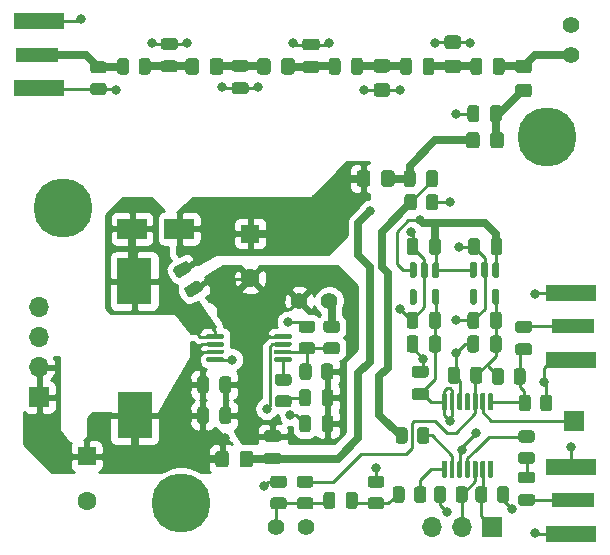
<source format=gbr>
%TF.GenerationSoftware,KiCad,Pcbnew,5.1.8*%
%TF.CreationDate,2020-12-03T12:40:02+01:00*%
%TF.ProjectId,GNI-plutoclocker,474e492d-706c-4757-946f-636c6f636b65,rev?*%
%TF.SameCoordinates,Original*%
%TF.FileFunction,Copper,L1,Top*%
%TF.FilePolarity,Positive*%
%FSLAX46Y46*%
G04 Gerber Fmt 4.6, Leading zero omitted, Abs format (unit mm)*
G04 Created by KiCad (PCBNEW 5.1.8) date 2020-12-03 12:40:02*
%MOMM*%
%LPD*%
G01*
G04 APERTURE LIST*
%TA.AperFunction,ComponentPad*%
%ADD10R,1.700000X1.700000*%
%TD*%
%TA.AperFunction,ComponentPad*%
%ADD11O,1.700000X1.700000*%
%TD*%
%TA.AperFunction,SMDPad,CuDef*%
%ADD12R,3.000000X4.000000*%
%TD*%
%TA.AperFunction,ComponentPad*%
%ADD13C,1.400000*%
%TD*%
%TA.AperFunction,SMDPad,CuDef*%
%ADD14R,3.600000X1.270000*%
%TD*%
%TA.AperFunction,SMDPad,CuDef*%
%ADD15R,4.200000X1.350000*%
%TD*%
%TA.AperFunction,SMDPad,CuDef*%
%ADD16R,2.500000X1.800000*%
%TD*%
%TA.AperFunction,ComponentPad*%
%ADD17C,1.600000*%
%TD*%
%TA.AperFunction,ComponentPad*%
%ADD18R,1.600000X1.600000*%
%TD*%
%TA.AperFunction,ViaPad*%
%ADD19C,5.000000*%
%TD*%
%TA.AperFunction,ViaPad*%
%ADD20C,0.800000*%
%TD*%
%TA.AperFunction,Conductor*%
%ADD21C,0.250000*%
%TD*%
%TA.AperFunction,Conductor*%
%ADD22C,0.660000*%
%TD*%
%TA.AperFunction,Conductor*%
%ADD23C,0.254000*%
%TD*%
%TA.AperFunction,Conductor*%
%ADD24C,0.100000*%
%TD*%
G04 APERTURE END LIST*
%TO.P,C12,2*%
%TO.N,GND*%
%TA.AperFunction,SMDPad,CuDef*%
G36*
G01*
X103225000Y-87800000D02*
X102275000Y-87800000D01*
G75*
G02*
X102025000Y-87550000I0J250000D01*
G01*
X102025000Y-87050000D01*
G75*
G02*
X102275000Y-86800000I250000J0D01*
G01*
X103225000Y-86800000D01*
G75*
G02*
X103475000Y-87050000I0J-250000D01*
G01*
X103475000Y-87550000D01*
G75*
G02*
X103225000Y-87800000I-250000J0D01*
G01*
G37*
%TD.AperFunction*%
%TO.P,C12,1*%
%TO.N,Net-(C12-Pad1)*%
%TA.AperFunction,SMDPad,CuDef*%
G36*
G01*
X103225000Y-89700000D02*
X102275000Y-89700000D01*
G75*
G02*
X102025000Y-89450000I0J250000D01*
G01*
X102025000Y-88950000D01*
G75*
G02*
X102275000Y-88700000I250000J0D01*
G01*
X103225000Y-88700000D01*
G75*
G02*
X103475000Y-88950000I0J-250000D01*
G01*
X103475000Y-89450000D01*
G75*
G02*
X103225000Y-89700000I-250000J0D01*
G01*
G37*
%TD.AperFunction*%
%TD*%
%TO.P,L9,2*%
%TO.N,+5V*%
%TA.AperFunction,SMDPad,CuDef*%
G36*
G01*
X99050000Y-88799999D02*
X99050000Y-89700001D01*
G75*
G02*
X98800001Y-89950000I-249999J0D01*
G01*
X98149999Y-89950000D01*
G75*
G02*
X97900000Y-89700001I0J249999D01*
G01*
X97900000Y-88799999D01*
G75*
G02*
X98149999Y-88550000I249999J0D01*
G01*
X98800001Y-88550000D01*
G75*
G02*
X99050000Y-88799999I0J-249999D01*
G01*
G37*
%TD.AperFunction*%
%TO.P,L9,1*%
%TO.N,Net-(C12-Pad1)*%
%TA.AperFunction,SMDPad,CuDef*%
G36*
G01*
X101100000Y-88799999D02*
X101100000Y-89700001D01*
G75*
G02*
X100850001Y-89950000I-249999J0D01*
G01*
X100199999Y-89950000D01*
G75*
G02*
X99950000Y-89700001I0J249999D01*
G01*
X99950000Y-88799999D01*
G75*
G02*
X100199999Y-88550000I249999J0D01*
G01*
X100850001Y-88550000D01*
G75*
G02*
X101100000Y-88799999I0J-249999D01*
G01*
G37*
%TD.AperFunction*%
%TD*%
%TO.P,C17,2*%
%TO.N,GND*%
%TA.AperFunction,SMDPad,CuDef*%
G36*
G01*
X120250000Y-79025000D02*
X120250000Y-79975000D01*
G75*
G02*
X120000000Y-80225000I-250000J0D01*
G01*
X119500000Y-80225000D01*
G75*
G02*
X119250000Y-79975000I0J250000D01*
G01*
X119250000Y-79025000D01*
G75*
G02*
X119500000Y-78775000I250000J0D01*
G01*
X120000000Y-78775000D01*
G75*
G02*
X120250000Y-79025000I0J-250000D01*
G01*
G37*
%TD.AperFunction*%
%TO.P,C17,1*%
%TO.N,+1V8*%
%TA.AperFunction,SMDPad,CuDef*%
G36*
G01*
X122150000Y-79025000D02*
X122150000Y-79975000D01*
G75*
G02*
X121900000Y-80225000I-250000J0D01*
G01*
X121400000Y-80225000D01*
G75*
G02*
X121150000Y-79975000I0J250000D01*
G01*
X121150000Y-79025000D01*
G75*
G02*
X121400000Y-78775000I250000J0D01*
G01*
X121900000Y-78775000D01*
G75*
G02*
X122150000Y-79025000I0J-250000D01*
G01*
G37*
%TD.AperFunction*%
%TD*%
%TO.P,C4,2*%
%TO.N,Net-(C4-Pad2)*%
%TA.AperFunction,SMDPad,CuDef*%
G36*
G01*
X108050000Y-92275000D02*
X108050000Y-93225000D01*
G75*
G02*
X107800000Y-93475000I-250000J0D01*
G01*
X107300000Y-93475000D01*
G75*
G02*
X107050000Y-93225000I0J250000D01*
G01*
X107050000Y-92275000D01*
G75*
G02*
X107300000Y-92025000I250000J0D01*
G01*
X107800000Y-92025000D01*
G75*
G02*
X108050000Y-92275000I0J-250000D01*
G01*
G37*
%TD.AperFunction*%
%TO.P,C4,1*%
%TO.N,Net-(C4-Pad1)*%
%TA.AperFunction,SMDPad,CuDef*%
G36*
G01*
X109950000Y-92275000D02*
X109950000Y-93225000D01*
G75*
G02*
X109700000Y-93475000I-250000J0D01*
G01*
X109200000Y-93475000D01*
G75*
G02*
X108950000Y-93225000I0J250000D01*
G01*
X108950000Y-92275000D01*
G75*
G02*
X109200000Y-92025000I250000J0D01*
G01*
X109700000Y-92025000D01*
G75*
G02*
X109950000Y-92275000I0J-250000D01*
G01*
G37*
%TD.AperFunction*%
%TD*%
%TO.P,C9,2*%
%TO.N,GND*%
%TA.AperFunction,SMDPad,CuDef*%
G36*
G01*
X115100000Y-77025000D02*
X115100000Y-77975000D01*
G75*
G02*
X114850000Y-78225000I-250000J0D01*
G01*
X114350000Y-78225000D01*
G75*
G02*
X114100000Y-77975000I0J250000D01*
G01*
X114100000Y-77025000D01*
G75*
G02*
X114350000Y-76775000I250000J0D01*
G01*
X114850000Y-76775000D01*
G75*
G02*
X115100000Y-77025000I0J-250000D01*
G01*
G37*
%TD.AperFunction*%
%TO.P,C9,1*%
%TO.N,+3V3*%
%TA.AperFunction,SMDPad,CuDef*%
G36*
G01*
X117000000Y-77025000D02*
X117000000Y-77975000D01*
G75*
G02*
X116750000Y-78225000I-250000J0D01*
G01*
X116250000Y-78225000D01*
G75*
G02*
X116000000Y-77975000I0J250000D01*
G01*
X116000000Y-77025000D01*
G75*
G02*
X116250000Y-76775000I250000J0D01*
G01*
X116750000Y-76775000D01*
G75*
G02*
X117000000Y-77025000I0J-250000D01*
G01*
G37*
%TD.AperFunction*%
%TD*%
%TO.P,C16,2*%
%TO.N,GND*%
%TA.AperFunction,SMDPad,CuDef*%
G36*
G01*
X115100000Y-79025000D02*
X115100000Y-79975000D01*
G75*
G02*
X114850000Y-80225000I-250000J0D01*
G01*
X114350000Y-80225000D01*
G75*
G02*
X114100000Y-79975000I0J250000D01*
G01*
X114100000Y-79025000D01*
G75*
G02*
X114350000Y-78775000I250000J0D01*
G01*
X114850000Y-78775000D01*
G75*
G02*
X115100000Y-79025000I0J-250000D01*
G01*
G37*
%TD.AperFunction*%
%TO.P,C16,1*%
%TO.N,+3V3*%
%TA.AperFunction,SMDPad,CuDef*%
G36*
G01*
X117000000Y-79025000D02*
X117000000Y-79975000D01*
G75*
G02*
X116750000Y-80225000I-250000J0D01*
G01*
X116250000Y-80225000D01*
G75*
G02*
X116000000Y-79975000I0J250000D01*
G01*
X116000000Y-79025000D01*
G75*
G02*
X116250000Y-78775000I250000J0D01*
G01*
X116750000Y-78775000D01*
G75*
G02*
X117000000Y-79025000I0J-250000D01*
G01*
G37*
%TD.AperFunction*%
%TD*%
%TO.P,U1,5*%
%TO.N,+3V3*%
%TA.AperFunction,SMDPad,CuDef*%
G36*
G01*
X116400000Y-74862500D02*
X116700000Y-74862500D01*
G75*
G02*
X116850000Y-75012500I0J-150000D01*
G01*
X116850000Y-76037500D01*
G75*
G02*
X116700000Y-76187500I-150000J0D01*
G01*
X116400000Y-76187500D01*
G75*
G02*
X116250000Y-76037500I0J150000D01*
G01*
X116250000Y-75012500D01*
G75*
G02*
X116400000Y-74862500I150000J0D01*
G01*
G37*
%TD.AperFunction*%
%TO.P,U1,4*%
%TO.N,N/C*%
%TA.AperFunction,SMDPad,CuDef*%
G36*
G01*
X114500000Y-74862500D02*
X114800000Y-74862500D01*
G75*
G02*
X114950000Y-75012500I0J-150000D01*
G01*
X114950000Y-76037500D01*
G75*
G02*
X114800000Y-76187500I-150000J0D01*
G01*
X114500000Y-76187500D01*
G75*
G02*
X114350000Y-76037500I0J150000D01*
G01*
X114350000Y-75012500D01*
G75*
G02*
X114500000Y-74862500I150000J0D01*
G01*
G37*
%TD.AperFunction*%
%TO.P,U1,3*%
%TO.N,Net-(C12-Pad1)*%
%TA.AperFunction,SMDPad,CuDef*%
G36*
G01*
X114500000Y-72587500D02*
X114800000Y-72587500D01*
G75*
G02*
X114950000Y-72737500I0J-150000D01*
G01*
X114950000Y-73762500D01*
G75*
G02*
X114800000Y-73912500I-150000J0D01*
G01*
X114500000Y-73912500D01*
G75*
G02*
X114350000Y-73762500I0J150000D01*
G01*
X114350000Y-72737500D01*
G75*
G02*
X114500000Y-72587500I150000J0D01*
G01*
G37*
%TD.AperFunction*%
%TO.P,U1,2*%
%TO.N,GND*%
%TA.AperFunction,SMDPad,CuDef*%
G36*
G01*
X115450000Y-72587500D02*
X115750000Y-72587500D01*
G75*
G02*
X115900000Y-72737500I0J-150000D01*
G01*
X115900000Y-73762500D01*
G75*
G02*
X115750000Y-73912500I-150000J0D01*
G01*
X115450000Y-73912500D01*
G75*
G02*
X115300000Y-73762500I0J150000D01*
G01*
X115300000Y-72737500D01*
G75*
G02*
X115450000Y-72587500I150000J0D01*
G01*
G37*
%TD.AperFunction*%
%TO.P,U1,1*%
%TO.N,Net-(C12-Pad1)*%
%TA.AperFunction,SMDPad,CuDef*%
G36*
G01*
X116400000Y-72587500D02*
X116700000Y-72587500D01*
G75*
G02*
X116850000Y-72737500I0J-150000D01*
G01*
X116850000Y-73762500D01*
G75*
G02*
X116700000Y-73912500I-150000J0D01*
G01*
X116400000Y-73912500D01*
G75*
G02*
X116250000Y-73762500I0J150000D01*
G01*
X116250000Y-72737500D01*
G75*
G02*
X116400000Y-72587500I150000J0D01*
G01*
G37*
%TD.AperFunction*%
%TD*%
%TO.P,C2,2*%
%TO.N,GND*%
%TA.AperFunction,SMDPad,CuDef*%
G36*
G01*
X115100000Y-70775000D02*
X115100000Y-71725000D01*
G75*
G02*
X114850000Y-71975000I-250000J0D01*
G01*
X114350000Y-71975000D01*
G75*
G02*
X114100000Y-71725000I0J250000D01*
G01*
X114100000Y-70775000D01*
G75*
G02*
X114350000Y-70525000I250000J0D01*
G01*
X114850000Y-70525000D01*
G75*
G02*
X115100000Y-70775000I0J-250000D01*
G01*
G37*
%TD.AperFunction*%
%TO.P,C2,1*%
%TO.N,Net-(C12-Pad1)*%
%TA.AperFunction,SMDPad,CuDef*%
G36*
G01*
X117000000Y-70775000D02*
X117000000Y-71725000D01*
G75*
G02*
X116750000Y-71975000I-250000J0D01*
G01*
X116250000Y-71975000D01*
G75*
G02*
X116000000Y-71725000I0J250000D01*
G01*
X116000000Y-70775000D01*
G75*
G02*
X116250000Y-70525000I250000J0D01*
G01*
X116750000Y-70525000D01*
G75*
G02*
X117000000Y-70775000I0J-250000D01*
G01*
G37*
%TD.AperFunction*%
%TD*%
D10*
%TO.P,TP1,1*%
%TO.N,Net-(TP1-Pad1)*%
X128250000Y-86000000D03*
%TD*%
%TO.P,R15,2*%
%TO.N,GND*%
%TA.AperFunction,SMDPad,CuDef*%
G36*
G01*
X125400000Y-84950002D02*
X125400000Y-84049998D01*
G75*
G02*
X125649998Y-83800000I249998J0D01*
G01*
X126175002Y-83800000D01*
G75*
G02*
X126425000Y-84049998I0J-249998D01*
G01*
X126425000Y-84950002D01*
G75*
G02*
X126175002Y-85200000I-249998J0D01*
G01*
X125649998Y-85200000D01*
G75*
G02*
X125400000Y-84950002I0J249998D01*
G01*
G37*
%TD.AperFunction*%
%TO.P,R15,1*%
%TO.N,Net-(C29-Pad1)*%
%TA.AperFunction,SMDPad,CuDef*%
G36*
G01*
X123575000Y-84950002D02*
X123575000Y-84049998D01*
G75*
G02*
X123824998Y-83800000I249998J0D01*
G01*
X124350002Y-83800000D01*
G75*
G02*
X124600000Y-84049998I0J-249998D01*
G01*
X124600000Y-84950002D01*
G75*
G02*
X124350002Y-85200000I-249998J0D01*
G01*
X123824998Y-85200000D01*
G75*
G02*
X123575000Y-84950002I0J249998D01*
G01*
G37*
%TD.AperFunction*%
%TD*%
%TO.P,C6,2*%
%TO.N,GND*%
%TA.AperFunction,SMDPad,CuDef*%
G36*
G01*
X98250000Y-86025000D02*
X98250000Y-85075000D01*
G75*
G02*
X98500000Y-84825000I250000J0D01*
G01*
X99000000Y-84825000D01*
G75*
G02*
X99250000Y-85075000I0J-250000D01*
G01*
X99250000Y-86025000D01*
G75*
G02*
X99000000Y-86275000I-250000J0D01*
G01*
X98500000Y-86275000D01*
G75*
G02*
X98250000Y-86025000I0J250000D01*
G01*
G37*
%TD.AperFunction*%
%TO.P,C6,1*%
%TO.N,+5V*%
%TA.AperFunction,SMDPad,CuDef*%
G36*
G01*
X96350000Y-86025000D02*
X96350000Y-85075000D01*
G75*
G02*
X96600000Y-84825000I250000J0D01*
G01*
X97100000Y-84825000D01*
G75*
G02*
X97350000Y-85075000I0J-250000D01*
G01*
X97350000Y-86025000D01*
G75*
G02*
X97100000Y-86275000I-250000J0D01*
G01*
X96600000Y-86275000D01*
G75*
G02*
X96350000Y-86025000I0J250000D01*
G01*
G37*
%TD.AperFunction*%
%TD*%
%TO.P,U4,14*%
%TO.N,N/C*%
%TA.AperFunction,SMDPad,CuDef*%
G36*
G01*
X121100000Y-89375000D02*
X121300000Y-89375000D01*
G75*
G02*
X121400000Y-89475000I0J-100000D01*
G01*
X121400000Y-90750000D01*
G75*
G02*
X121300000Y-90850000I-100000J0D01*
G01*
X121100000Y-90850000D01*
G75*
G02*
X121000000Y-90750000I0J100000D01*
G01*
X121000000Y-89475000D01*
G75*
G02*
X121100000Y-89375000I100000J0D01*
G01*
G37*
%TD.AperFunction*%
%TO.P,U4,13*%
%TO.N,Net-(J7-Pad1)*%
%TA.AperFunction,SMDPad,CuDef*%
G36*
G01*
X120450000Y-89375000D02*
X120650000Y-89375000D01*
G75*
G02*
X120750000Y-89475000I0J-100000D01*
G01*
X120750000Y-90750000D01*
G75*
G02*
X120650000Y-90850000I-100000J0D01*
G01*
X120450000Y-90850000D01*
G75*
G02*
X120350000Y-90750000I0J100000D01*
G01*
X120350000Y-89475000D01*
G75*
G02*
X120450000Y-89375000I100000J0D01*
G01*
G37*
%TD.AperFunction*%
%TO.P,U4,12*%
%TO.N,Net-(J7-Pad2)*%
%TA.AperFunction,SMDPad,CuDef*%
G36*
G01*
X119800000Y-89375000D02*
X120000000Y-89375000D01*
G75*
G02*
X120100000Y-89475000I0J-100000D01*
G01*
X120100000Y-90750000D01*
G75*
G02*
X120000000Y-90850000I-100000J0D01*
G01*
X119800000Y-90850000D01*
G75*
G02*
X119700000Y-90750000I0J100000D01*
G01*
X119700000Y-89475000D01*
G75*
G02*
X119800000Y-89375000I100000J0D01*
G01*
G37*
%TD.AperFunction*%
%TO.P,U4,11*%
%TO.N,Net-(R11-Pad1)*%
%TA.AperFunction,SMDPad,CuDef*%
G36*
G01*
X119150000Y-89375000D02*
X119350000Y-89375000D01*
G75*
G02*
X119450000Y-89475000I0J-100000D01*
G01*
X119450000Y-90750000D01*
G75*
G02*
X119350000Y-90850000I-100000J0D01*
G01*
X119150000Y-90850000D01*
G75*
G02*
X119050000Y-90750000I0J100000D01*
G01*
X119050000Y-89475000D01*
G75*
G02*
X119150000Y-89375000I100000J0D01*
G01*
G37*
%TD.AperFunction*%
%TO.P,U4,10*%
%TO.N,GND*%
%TA.AperFunction,SMDPad,CuDef*%
G36*
G01*
X118500000Y-89375000D02*
X118700000Y-89375000D01*
G75*
G02*
X118800000Y-89475000I0J-100000D01*
G01*
X118800000Y-90750000D01*
G75*
G02*
X118700000Y-90850000I-100000J0D01*
G01*
X118500000Y-90850000D01*
G75*
G02*
X118400000Y-90750000I0J100000D01*
G01*
X118400000Y-89475000D01*
G75*
G02*
X118500000Y-89375000I100000J0D01*
G01*
G37*
%TD.AperFunction*%
%TO.P,U4,9*%
%TO.N,Net-(R12-Pad1)*%
%TA.AperFunction,SMDPad,CuDef*%
G36*
G01*
X117850000Y-89375000D02*
X118050000Y-89375000D01*
G75*
G02*
X118150000Y-89475000I0J-100000D01*
G01*
X118150000Y-90750000D01*
G75*
G02*
X118050000Y-90850000I-100000J0D01*
G01*
X117850000Y-90850000D01*
G75*
G02*
X117750000Y-90750000I0J100000D01*
G01*
X117750000Y-89475000D01*
G75*
G02*
X117850000Y-89375000I100000J0D01*
G01*
G37*
%TD.AperFunction*%
%TO.P,U4,8*%
%TO.N,Net-(R13-Pad1)*%
%TA.AperFunction,SMDPad,CuDef*%
G36*
G01*
X117200000Y-89375000D02*
X117400000Y-89375000D01*
G75*
G02*
X117500000Y-89475000I0J-100000D01*
G01*
X117500000Y-90750000D01*
G75*
G02*
X117400000Y-90850000I-100000J0D01*
G01*
X117200000Y-90850000D01*
G75*
G02*
X117100000Y-90750000I0J100000D01*
G01*
X117100000Y-89475000D01*
G75*
G02*
X117200000Y-89375000I100000J0D01*
G01*
G37*
%TD.AperFunction*%
%TO.P,U4,7*%
%TO.N,+3V3*%
%TA.AperFunction,SMDPad,CuDef*%
G36*
G01*
X117200000Y-83650000D02*
X117400000Y-83650000D01*
G75*
G02*
X117500000Y-83750000I0J-100000D01*
G01*
X117500000Y-85025000D01*
G75*
G02*
X117400000Y-85125000I-100000J0D01*
G01*
X117200000Y-85125000D01*
G75*
G02*
X117100000Y-85025000I0J100000D01*
G01*
X117100000Y-83750000D01*
G75*
G02*
X117200000Y-83650000I100000J0D01*
G01*
G37*
%TD.AperFunction*%
%TO.P,U4,6*%
%TA.AperFunction,SMDPad,CuDef*%
G36*
G01*
X117850000Y-83650000D02*
X118050000Y-83650000D01*
G75*
G02*
X118150000Y-83750000I0J-100000D01*
G01*
X118150000Y-85025000D01*
G75*
G02*
X118050000Y-85125000I-100000J0D01*
G01*
X117850000Y-85125000D01*
G75*
G02*
X117750000Y-85025000I0J100000D01*
G01*
X117750000Y-83750000D01*
G75*
G02*
X117850000Y-83650000I100000J0D01*
G01*
G37*
%TD.AperFunction*%
%TO.P,U4,5*%
%TO.N,GND*%
%TA.AperFunction,SMDPad,CuDef*%
G36*
G01*
X118500000Y-83650000D02*
X118700000Y-83650000D01*
G75*
G02*
X118800000Y-83750000I0J-100000D01*
G01*
X118800000Y-85025000D01*
G75*
G02*
X118700000Y-85125000I-100000J0D01*
G01*
X118500000Y-85125000D01*
G75*
G02*
X118400000Y-85025000I0J100000D01*
G01*
X118400000Y-83750000D01*
G75*
G02*
X118500000Y-83650000I100000J0D01*
G01*
G37*
%TD.AperFunction*%
%TO.P,U4,4*%
%TO.N,N/C*%
%TA.AperFunction,SMDPad,CuDef*%
G36*
G01*
X119150000Y-83650000D02*
X119350000Y-83650000D01*
G75*
G02*
X119450000Y-83750000I0J-100000D01*
G01*
X119450000Y-85025000D01*
G75*
G02*
X119350000Y-85125000I-100000J0D01*
G01*
X119150000Y-85125000D01*
G75*
G02*
X119050000Y-85025000I0J100000D01*
G01*
X119050000Y-83750000D01*
G75*
G02*
X119150000Y-83650000I100000J0D01*
G01*
G37*
%TD.AperFunction*%
%TO.P,U4,3*%
%TO.N,+1V8*%
%TA.AperFunction,SMDPad,CuDef*%
G36*
G01*
X119800000Y-83650000D02*
X120000000Y-83650000D01*
G75*
G02*
X120100000Y-83750000I0J-100000D01*
G01*
X120100000Y-85025000D01*
G75*
G02*
X120000000Y-85125000I-100000J0D01*
G01*
X119800000Y-85125000D01*
G75*
G02*
X119700000Y-85025000I0J100000D01*
G01*
X119700000Y-83750000D01*
G75*
G02*
X119800000Y-83650000I100000J0D01*
G01*
G37*
%TD.AperFunction*%
%TO.P,U4,2*%
%TO.N,Net-(TP1-Pad1)*%
%TA.AperFunction,SMDPad,CuDef*%
G36*
G01*
X120450000Y-83650000D02*
X120650000Y-83650000D01*
G75*
G02*
X120750000Y-83750000I0J-100000D01*
G01*
X120750000Y-85025000D01*
G75*
G02*
X120650000Y-85125000I-100000J0D01*
G01*
X120450000Y-85125000D01*
G75*
G02*
X120350000Y-85025000I0J100000D01*
G01*
X120350000Y-83750000D01*
G75*
G02*
X120450000Y-83650000I100000J0D01*
G01*
G37*
%TD.AperFunction*%
%TO.P,U4,1*%
%TO.N,Net-(C29-Pad1)*%
%TA.AperFunction,SMDPad,CuDef*%
G36*
G01*
X121100000Y-83650000D02*
X121300000Y-83650000D01*
G75*
G02*
X121400000Y-83750000I0J-100000D01*
G01*
X121400000Y-85025000D01*
G75*
G02*
X121300000Y-85125000I-100000J0D01*
G01*
X121100000Y-85125000D01*
G75*
G02*
X121000000Y-85025000I0J100000D01*
G01*
X121000000Y-83750000D01*
G75*
G02*
X121100000Y-83650000I100000J0D01*
G01*
G37*
%TD.AperFunction*%
%TD*%
D11*
%TO.P,J7,3*%
%TO.N,GND*%
X116250000Y-95000000D03*
%TO.P,J7,2*%
%TO.N,Net-(J7-Pad2)*%
X118790000Y-95000000D03*
D10*
%TO.P,J7,1*%
%TO.N,Net-(J7-Pad1)*%
X121330000Y-95000000D03*
%TD*%
D12*
%TO.P,L3,1*%
%TO.N,+5V*%
X91060000Y-85520000D03*
%TO.P,L3,2*%
%TO.N,Net-(D1-Pad2)*%
X91040000Y-74180000D03*
%TD*%
D13*
%TO.P,J8,2*%
%TO.N,GND*%
X105010000Y-75850000D03*
%TO.P,J8,1*%
%TO.N,Net-(J8-Pad1)*%
X107550000Y-75850000D03*
%TD*%
%TO.P,U3,8*%
%TO.N,Net-(C15-Pad1)*%
%TA.AperFunction,SMDPad,CuDef*%
G36*
G01*
X98625000Y-80725000D02*
X98625000Y-80925000D01*
G75*
G02*
X98525000Y-81025000I-100000J0D01*
G01*
X97250000Y-81025000D01*
G75*
G02*
X97150000Y-80925000I0J100000D01*
G01*
X97150000Y-80725000D01*
G75*
G02*
X97250000Y-80625000I100000J0D01*
G01*
X98525000Y-80625000D01*
G75*
G02*
X98625000Y-80725000I0J-100000D01*
G01*
G37*
%TD.AperFunction*%
%TO.P,U3,7*%
%TO.N,+5V*%
%TA.AperFunction,SMDPad,CuDef*%
G36*
G01*
X98625000Y-80075000D02*
X98625000Y-80275000D01*
G75*
G02*
X98525000Y-80375000I-100000J0D01*
G01*
X97250000Y-80375000D01*
G75*
G02*
X97150000Y-80275000I0J100000D01*
G01*
X97150000Y-80075000D01*
G75*
G02*
X97250000Y-79975000I100000J0D01*
G01*
X98525000Y-79975000D01*
G75*
G02*
X98625000Y-80075000I0J-100000D01*
G01*
G37*
%TD.AperFunction*%
%TO.P,U3,6*%
%TA.AperFunction,SMDPad,CuDef*%
G36*
G01*
X98625000Y-79425000D02*
X98625000Y-79625000D01*
G75*
G02*
X98525000Y-79725000I-100000J0D01*
G01*
X97250000Y-79725000D01*
G75*
G02*
X97150000Y-79625000I0J100000D01*
G01*
X97150000Y-79425000D01*
G75*
G02*
X97250000Y-79325000I100000J0D01*
G01*
X98525000Y-79325000D01*
G75*
G02*
X98625000Y-79425000I0J-100000D01*
G01*
G37*
%TD.AperFunction*%
%TO.P,U3,5*%
%TO.N,Net-(D1-Pad2)*%
%TA.AperFunction,SMDPad,CuDef*%
G36*
G01*
X98625000Y-78775000D02*
X98625000Y-78975000D01*
G75*
G02*
X98525000Y-79075000I-100000J0D01*
G01*
X97250000Y-79075000D01*
G75*
G02*
X97150000Y-78975000I0J100000D01*
G01*
X97150000Y-78775000D01*
G75*
G02*
X97250000Y-78675000I100000J0D01*
G01*
X98525000Y-78675000D01*
G75*
G02*
X98625000Y-78775000I0J-100000D01*
G01*
G37*
%TD.AperFunction*%
%TO.P,U3,4*%
%TO.N,GND*%
%TA.AperFunction,SMDPad,CuDef*%
G36*
G01*
X104350000Y-78775000D02*
X104350000Y-78975000D01*
G75*
G02*
X104250000Y-79075000I-100000J0D01*
G01*
X102975000Y-79075000D01*
G75*
G02*
X102875000Y-78975000I0J100000D01*
G01*
X102875000Y-78775000D01*
G75*
G02*
X102975000Y-78675000I100000J0D01*
G01*
X104250000Y-78675000D01*
G75*
G02*
X104350000Y-78775000I0J-100000D01*
G01*
G37*
%TD.AperFunction*%
%TO.P,U3,3*%
%TO.N,+5V*%
%TA.AperFunction,SMDPad,CuDef*%
G36*
G01*
X104350000Y-79425000D02*
X104350000Y-79625000D01*
G75*
G02*
X104250000Y-79725000I-100000J0D01*
G01*
X102975000Y-79725000D01*
G75*
G02*
X102875000Y-79625000I0J100000D01*
G01*
X102875000Y-79425000D01*
G75*
G02*
X102975000Y-79325000I100000J0D01*
G01*
X104250000Y-79325000D01*
G75*
G02*
X104350000Y-79425000I0J-100000D01*
G01*
G37*
%TD.AperFunction*%
%TO.P,U3,2*%
%TO.N,Net-(R6-Pad1)*%
%TA.AperFunction,SMDPad,CuDef*%
G36*
G01*
X104350000Y-80075000D02*
X104350000Y-80275000D01*
G75*
G02*
X104250000Y-80375000I-100000J0D01*
G01*
X102975000Y-80375000D01*
G75*
G02*
X102875000Y-80275000I0J100000D01*
G01*
X102875000Y-80075000D01*
G75*
G02*
X102975000Y-79975000I100000J0D01*
G01*
X104250000Y-79975000D01*
G75*
G02*
X104350000Y-80075000I0J-100000D01*
G01*
G37*
%TD.AperFunction*%
%TO.P,U3,1*%
%TO.N,Net-(R5-Pad1)*%
%TA.AperFunction,SMDPad,CuDef*%
G36*
G01*
X104350000Y-80725000D02*
X104350000Y-80925000D01*
G75*
G02*
X104250000Y-81025000I-100000J0D01*
G01*
X102975000Y-81025000D01*
G75*
G02*
X102875000Y-80925000I0J100000D01*
G01*
X102875000Y-80725000D01*
G75*
G02*
X102975000Y-80625000I100000J0D01*
G01*
X104250000Y-80625000D01*
G75*
G02*
X104350000Y-80725000I0J-100000D01*
G01*
G37*
%TD.AperFunction*%
%TD*%
%TO.P,U2,5*%
%TO.N,+1V8*%
%TA.AperFunction,SMDPad,CuDef*%
G36*
G01*
X121500000Y-74837500D02*
X121800000Y-74837500D01*
G75*
G02*
X121950000Y-74987500I0J-150000D01*
G01*
X121950000Y-76012500D01*
G75*
G02*
X121800000Y-76162500I-150000J0D01*
G01*
X121500000Y-76162500D01*
G75*
G02*
X121350000Y-76012500I0J150000D01*
G01*
X121350000Y-74987500D01*
G75*
G02*
X121500000Y-74837500I150000J0D01*
G01*
G37*
%TD.AperFunction*%
%TO.P,U2,4*%
%TO.N,N/C*%
%TA.AperFunction,SMDPad,CuDef*%
G36*
G01*
X119600000Y-74837500D02*
X119900000Y-74837500D01*
G75*
G02*
X120050000Y-74987500I0J-150000D01*
G01*
X120050000Y-76012500D01*
G75*
G02*
X119900000Y-76162500I-150000J0D01*
G01*
X119600000Y-76162500D01*
G75*
G02*
X119450000Y-76012500I0J150000D01*
G01*
X119450000Y-74987500D01*
G75*
G02*
X119600000Y-74837500I150000J0D01*
G01*
G37*
%TD.AperFunction*%
%TO.P,U2,3*%
%TO.N,Net-(C12-Pad1)*%
%TA.AperFunction,SMDPad,CuDef*%
G36*
G01*
X119600000Y-72562500D02*
X119900000Y-72562500D01*
G75*
G02*
X120050000Y-72712500I0J-150000D01*
G01*
X120050000Y-73737500D01*
G75*
G02*
X119900000Y-73887500I-150000J0D01*
G01*
X119600000Y-73887500D01*
G75*
G02*
X119450000Y-73737500I0J150000D01*
G01*
X119450000Y-72712500D01*
G75*
G02*
X119600000Y-72562500I150000J0D01*
G01*
G37*
%TD.AperFunction*%
%TO.P,U2,2*%
%TO.N,GND*%
%TA.AperFunction,SMDPad,CuDef*%
G36*
G01*
X120550000Y-72562500D02*
X120850000Y-72562500D01*
G75*
G02*
X121000000Y-72712500I0J-150000D01*
G01*
X121000000Y-73737500D01*
G75*
G02*
X120850000Y-73887500I-150000J0D01*
G01*
X120550000Y-73887500D01*
G75*
G02*
X120400000Y-73737500I0J150000D01*
G01*
X120400000Y-72712500D01*
G75*
G02*
X120550000Y-72562500I150000J0D01*
G01*
G37*
%TD.AperFunction*%
%TO.P,U2,1*%
%TO.N,Net-(C12-Pad1)*%
%TA.AperFunction,SMDPad,CuDef*%
G36*
G01*
X121500000Y-72562500D02*
X121800000Y-72562500D01*
G75*
G02*
X121950000Y-72712500I0J-150000D01*
G01*
X121950000Y-73737500D01*
G75*
G02*
X121800000Y-73887500I-150000J0D01*
G01*
X121500000Y-73887500D01*
G75*
G02*
X121350000Y-73737500I0J150000D01*
G01*
X121350000Y-72712500D01*
G75*
G02*
X121500000Y-72562500I150000J0D01*
G01*
G37*
%TD.AperFunction*%
%TD*%
%TO.P,R17,2*%
%TO.N,Net-(J7-Pad2)*%
%TA.AperFunction,SMDPad,CuDef*%
G36*
G01*
X118237500Y-92700002D02*
X118237500Y-91799998D01*
G75*
G02*
X118487498Y-91550000I249998J0D01*
G01*
X119012502Y-91550000D01*
G75*
G02*
X119262500Y-91799998I0J-249998D01*
G01*
X119262500Y-92700002D01*
G75*
G02*
X119012502Y-92950000I-249998J0D01*
G01*
X118487498Y-92950000D01*
G75*
G02*
X118237500Y-92700002I0J249998D01*
G01*
G37*
%TD.AperFunction*%
%TO.P,R17,1*%
%TO.N,+3V3*%
%TA.AperFunction,SMDPad,CuDef*%
G36*
G01*
X116412500Y-92700002D02*
X116412500Y-91799998D01*
G75*
G02*
X116662498Y-91550000I249998J0D01*
G01*
X117187502Y-91550000D01*
G75*
G02*
X117437500Y-91799998I0J-249998D01*
G01*
X117437500Y-92700002D01*
G75*
G02*
X117187502Y-92950000I-249998J0D01*
G01*
X116662498Y-92950000D01*
G75*
G02*
X116412500Y-92700002I0J249998D01*
G01*
G37*
%TD.AperFunction*%
%TD*%
%TO.P,R16,2*%
%TO.N,Net-(J7-Pad1)*%
%TA.AperFunction,SMDPad,CuDef*%
G36*
G01*
X120937500Y-91799998D02*
X120937500Y-92700002D01*
G75*
G02*
X120687502Y-92950000I-249998J0D01*
G01*
X120162498Y-92950000D01*
G75*
G02*
X119912500Y-92700002I0J249998D01*
G01*
X119912500Y-91799998D01*
G75*
G02*
X120162498Y-91550000I249998J0D01*
G01*
X120687502Y-91550000D01*
G75*
G02*
X120937500Y-91799998I0J-249998D01*
G01*
G37*
%TD.AperFunction*%
%TO.P,R16,1*%
%TO.N,+3V3*%
%TA.AperFunction,SMDPad,CuDef*%
G36*
G01*
X122762500Y-91799998D02*
X122762500Y-92700002D01*
G75*
G02*
X122512502Y-92950000I-249998J0D01*
G01*
X121987498Y-92950000D01*
G75*
G02*
X121737500Y-92700002I0J249998D01*
G01*
X121737500Y-91799998D01*
G75*
G02*
X121987498Y-91550000I249998J0D01*
G01*
X122512502Y-91550000D01*
G75*
G02*
X122762500Y-91799998I0J-249998D01*
G01*
G37*
%TD.AperFunction*%
%TD*%
%TO.P,R14,2*%
%TO.N,Net-(C29-Pad1)*%
%TA.AperFunction,SMDPad,CuDef*%
G36*
G01*
X123150000Y-82700002D02*
X123150000Y-81799998D01*
G75*
G02*
X123399998Y-81550000I249998J0D01*
G01*
X123925002Y-81550000D01*
G75*
G02*
X124175000Y-81799998I0J-249998D01*
G01*
X124175000Y-82700002D01*
G75*
G02*
X123925002Y-82950000I-249998J0D01*
G01*
X123399998Y-82950000D01*
G75*
G02*
X123150000Y-82700002I0J249998D01*
G01*
G37*
%TD.AperFunction*%
%TO.P,R14,1*%
%TO.N,+1V8*%
%TA.AperFunction,SMDPad,CuDef*%
G36*
G01*
X121325000Y-82700002D02*
X121325000Y-81799998D01*
G75*
G02*
X121574998Y-81550000I249998J0D01*
G01*
X122100002Y-81550000D01*
G75*
G02*
X122350000Y-81799998I0J-249998D01*
G01*
X122350000Y-82700002D01*
G75*
G02*
X122100002Y-82950000I-249998J0D01*
G01*
X121574998Y-82950000D01*
G75*
G02*
X121325000Y-82700002I0J249998D01*
G01*
G37*
%TD.AperFunction*%
%TD*%
%TO.P,R13,2*%
%TO.N,Net-(C4-Pad1)*%
%TA.AperFunction,SMDPad,CuDef*%
G36*
G01*
X113937500Y-91799998D02*
X113937500Y-92700002D01*
G75*
G02*
X113687502Y-92950000I-249998J0D01*
G01*
X113162498Y-92950000D01*
G75*
G02*
X112912500Y-92700002I0J249998D01*
G01*
X112912500Y-91799998D01*
G75*
G02*
X113162498Y-91550000I249998J0D01*
G01*
X113687502Y-91550000D01*
G75*
G02*
X113937500Y-91799998I0J-249998D01*
G01*
G37*
%TD.AperFunction*%
%TO.P,R13,1*%
%TO.N,Net-(R13-Pad1)*%
%TA.AperFunction,SMDPad,CuDef*%
G36*
G01*
X115762500Y-91799998D02*
X115762500Y-92700002D01*
G75*
G02*
X115512502Y-92950000I-249998J0D01*
G01*
X114987498Y-92950000D01*
G75*
G02*
X114737500Y-92700002I0J249998D01*
G01*
X114737500Y-91799998D01*
G75*
G02*
X114987498Y-91550000I249998J0D01*
G01*
X115512502Y-91550000D01*
G75*
G02*
X115762500Y-91799998I0J-249998D01*
G01*
G37*
%TD.AperFunction*%
%TD*%
%TO.P,R12,2*%
%TO.N,Net-(C25-Pad1)*%
%TA.AperFunction,SMDPad,CuDef*%
G36*
G01*
X114187500Y-86799998D02*
X114187500Y-87700002D01*
G75*
G02*
X113937502Y-87950000I-249998J0D01*
G01*
X113412498Y-87950000D01*
G75*
G02*
X113162500Y-87700002I0J249998D01*
G01*
X113162500Y-86799998D01*
G75*
G02*
X113412498Y-86550000I249998J0D01*
G01*
X113937502Y-86550000D01*
G75*
G02*
X114187500Y-86799998I0J-249998D01*
G01*
G37*
%TD.AperFunction*%
%TO.P,R12,1*%
%TO.N,Net-(R12-Pad1)*%
%TA.AperFunction,SMDPad,CuDef*%
G36*
G01*
X116012500Y-86799998D02*
X116012500Y-87700002D01*
G75*
G02*
X115762502Y-87950000I-249998J0D01*
G01*
X115237498Y-87950000D01*
G75*
G02*
X114987500Y-87700002I0J249998D01*
G01*
X114987500Y-86799998D01*
G75*
G02*
X115237498Y-86550000I249998J0D01*
G01*
X115762502Y-86550000D01*
G75*
G02*
X116012500Y-86799998I0J-249998D01*
G01*
G37*
%TD.AperFunction*%
%TD*%
%TO.P,R11,2*%
%TO.N,Net-(C28-Pad2)*%
%TA.AperFunction,SMDPad,CuDef*%
G36*
G01*
X123799998Y-88650000D02*
X124700002Y-88650000D01*
G75*
G02*
X124950000Y-88899998I0J-249998D01*
G01*
X124950000Y-89425002D01*
G75*
G02*
X124700002Y-89675000I-249998J0D01*
G01*
X123799998Y-89675000D01*
G75*
G02*
X123550000Y-89425002I0J249998D01*
G01*
X123550000Y-88899998D01*
G75*
G02*
X123799998Y-88650000I249998J0D01*
G01*
G37*
%TD.AperFunction*%
%TO.P,R11,1*%
%TO.N,Net-(R11-Pad1)*%
%TA.AperFunction,SMDPad,CuDef*%
G36*
G01*
X123799998Y-86825000D02*
X124700002Y-86825000D01*
G75*
G02*
X124950000Y-87074998I0J-249998D01*
G01*
X124950000Y-87600002D01*
G75*
G02*
X124700002Y-87850000I-249998J0D01*
G01*
X123799998Y-87850000D01*
G75*
G02*
X123550000Y-87600002I0J249998D01*
G01*
X123550000Y-87074998D01*
G75*
G02*
X123799998Y-86825000I249998J0D01*
G01*
G37*
%TD.AperFunction*%
%TD*%
%TO.P,R10,2*%
%TO.N,GND*%
%TA.AperFunction,SMDPad,CuDef*%
G36*
G01*
X111950002Y-91687500D02*
X111049998Y-91687500D01*
G75*
G02*
X110800000Y-91437502I0J249998D01*
G01*
X110800000Y-90912498D01*
G75*
G02*
X111049998Y-90662500I249998J0D01*
G01*
X111950002Y-90662500D01*
G75*
G02*
X112200000Y-90912498I0J-249998D01*
G01*
X112200000Y-91437502D01*
G75*
G02*
X111950002Y-91687500I-249998J0D01*
G01*
G37*
%TD.AperFunction*%
%TO.P,R10,1*%
%TO.N,Net-(C4-Pad1)*%
%TA.AperFunction,SMDPad,CuDef*%
G36*
G01*
X111950002Y-93512500D02*
X111049998Y-93512500D01*
G75*
G02*
X110800000Y-93262502I0J249998D01*
G01*
X110800000Y-92737498D01*
G75*
G02*
X111049998Y-92487500I249998J0D01*
G01*
X111950002Y-92487500D01*
G75*
G02*
X112200000Y-92737498I0J-249998D01*
G01*
X112200000Y-93262502D01*
G75*
G02*
X111950002Y-93512500I-249998J0D01*
G01*
G37*
%TD.AperFunction*%
%TD*%
%TO.P,R9,2*%
%TO.N,GND*%
%TA.AperFunction,SMDPad,CuDef*%
G36*
G01*
X115737500Y-67950002D02*
X115737500Y-67049998D01*
G75*
G02*
X115987498Y-66800000I249998J0D01*
G01*
X116512502Y-66800000D01*
G75*
G02*
X116762500Y-67049998I0J-249998D01*
G01*
X116762500Y-67950002D01*
G75*
G02*
X116512502Y-68200000I-249998J0D01*
G01*
X115987498Y-68200000D01*
G75*
G02*
X115737500Y-67950002I0J249998D01*
G01*
G37*
%TD.AperFunction*%
%TO.P,R9,1*%
%TO.N,Net-(C25-Pad1)*%
%TA.AperFunction,SMDPad,CuDef*%
G36*
G01*
X113912500Y-67950002D02*
X113912500Y-67049998D01*
G75*
G02*
X114162498Y-66800000I249998J0D01*
G01*
X114687502Y-66800000D01*
G75*
G02*
X114937500Y-67049998I0J-249998D01*
G01*
X114937500Y-67950002D01*
G75*
G02*
X114687502Y-68200000I-249998J0D01*
G01*
X114162498Y-68200000D01*
G75*
G02*
X113912500Y-67950002I0J249998D01*
G01*
G37*
%TD.AperFunction*%
%TD*%
%TO.P,R8,2*%
%TO.N,GND*%
%TA.AperFunction,SMDPad,CuDef*%
G36*
G01*
X106850000Y-82300002D02*
X106850000Y-81399998D01*
G75*
G02*
X107099998Y-81150000I249998J0D01*
G01*
X107625002Y-81150000D01*
G75*
G02*
X107875000Y-81399998I0J-249998D01*
G01*
X107875000Y-82300002D01*
G75*
G02*
X107625002Y-82550000I-249998J0D01*
G01*
X107099998Y-82550000D01*
G75*
G02*
X106850000Y-82300002I0J249998D01*
G01*
G37*
%TD.AperFunction*%
%TO.P,R8,1*%
%TO.N,Net-(R6-Pad1)*%
%TA.AperFunction,SMDPad,CuDef*%
G36*
G01*
X105025000Y-82300002D02*
X105025000Y-81399998D01*
G75*
G02*
X105274998Y-81150000I249998J0D01*
G01*
X105800002Y-81150000D01*
G75*
G02*
X106050000Y-81399998I0J-249998D01*
G01*
X106050000Y-82300002D01*
G75*
G02*
X105800002Y-82550000I-249998J0D01*
G01*
X105274998Y-82550000D01*
G75*
G02*
X105025000Y-82300002I0J249998D01*
G01*
G37*
%TD.AperFunction*%
%TD*%
%TO.P,R7,2*%
%TO.N,Net-(R6-Pad1)*%
%TA.AperFunction,SMDPad,CuDef*%
G36*
G01*
X105199998Y-79350000D02*
X106100002Y-79350000D01*
G75*
G02*
X106350000Y-79599998I0J-249998D01*
G01*
X106350000Y-80125002D01*
G75*
G02*
X106100002Y-80375000I-249998J0D01*
G01*
X105199998Y-80375000D01*
G75*
G02*
X104950000Y-80125002I0J249998D01*
G01*
X104950000Y-79599998D01*
G75*
G02*
X105199998Y-79350000I249998J0D01*
G01*
G37*
%TD.AperFunction*%
%TO.P,R7,1*%
%TO.N,Net-(C22-Pad1)*%
%TA.AperFunction,SMDPad,CuDef*%
G36*
G01*
X105199998Y-77525000D02*
X106100002Y-77525000D01*
G75*
G02*
X106350000Y-77774998I0J-249998D01*
G01*
X106350000Y-78300002D01*
G75*
G02*
X106100002Y-78550000I-249998J0D01*
G01*
X105199998Y-78550000D01*
G75*
G02*
X104950000Y-78300002I0J249998D01*
G01*
X104950000Y-77774998D01*
G75*
G02*
X105199998Y-77525000I249998J0D01*
G01*
G37*
%TD.AperFunction*%
%TD*%
%TO.P,R6,2*%
%TO.N,Net-(J8-Pad1)*%
%TA.AperFunction,SMDPad,CuDef*%
G36*
G01*
X108200002Y-78550000D02*
X107299998Y-78550000D01*
G75*
G02*
X107050000Y-78300002I0J249998D01*
G01*
X107050000Y-77774998D01*
G75*
G02*
X107299998Y-77525000I249998J0D01*
G01*
X108200002Y-77525000D01*
G75*
G02*
X108450000Y-77774998I0J-249998D01*
G01*
X108450000Y-78300002D01*
G75*
G02*
X108200002Y-78550000I-249998J0D01*
G01*
G37*
%TD.AperFunction*%
%TO.P,R6,1*%
%TO.N,Net-(R6-Pad1)*%
%TA.AperFunction,SMDPad,CuDef*%
G36*
G01*
X108200002Y-80375000D02*
X107299998Y-80375000D01*
G75*
G02*
X107050000Y-80125002I0J249998D01*
G01*
X107050000Y-79599998D01*
G75*
G02*
X107299998Y-79350000I249998J0D01*
G01*
X108200002Y-79350000D01*
G75*
G02*
X108450000Y-79599998I0J-249998D01*
G01*
X108450000Y-80125002D01*
G75*
G02*
X108200002Y-80375000I-249998J0D01*
G01*
G37*
%TD.AperFunction*%
%TD*%
%TO.P,R5,2*%
%TO.N,Net-(C18-Pad1)*%
%TA.AperFunction,SMDPad,CuDef*%
G36*
G01*
X103199998Y-83850000D02*
X104100002Y-83850000D01*
G75*
G02*
X104350000Y-84099998I0J-249998D01*
G01*
X104350000Y-84625002D01*
G75*
G02*
X104100002Y-84875000I-249998J0D01*
G01*
X103199998Y-84875000D01*
G75*
G02*
X102950000Y-84625002I0J249998D01*
G01*
X102950000Y-84099998D01*
G75*
G02*
X103199998Y-83850000I249998J0D01*
G01*
G37*
%TD.AperFunction*%
%TO.P,R5,1*%
%TO.N,Net-(R5-Pad1)*%
%TA.AperFunction,SMDPad,CuDef*%
G36*
G01*
X103199998Y-82025000D02*
X104100002Y-82025000D01*
G75*
G02*
X104350000Y-82274998I0J-249998D01*
G01*
X104350000Y-82800002D01*
G75*
G02*
X104100002Y-83050000I-249998J0D01*
G01*
X103199998Y-83050000D01*
G75*
G02*
X102950000Y-82800002I0J249998D01*
G01*
X102950000Y-82274998D01*
G75*
G02*
X103199998Y-82025000I249998J0D01*
G01*
G37*
%TD.AperFunction*%
%TD*%
%TO.P,R4,2*%
%TO.N,Net-(J1-Pad1)*%
%TA.AperFunction,SMDPad,CuDef*%
G36*
G01*
X90600000Y-55549998D02*
X90600000Y-56450002D01*
G75*
G02*
X90350002Y-56700000I-249998J0D01*
G01*
X89824998Y-56700000D01*
G75*
G02*
X89575000Y-56450002I0J249998D01*
G01*
X89575000Y-55549998D01*
G75*
G02*
X89824998Y-55300000I249998J0D01*
G01*
X90350002Y-55300000D01*
G75*
G02*
X90600000Y-55549998I0J-249998D01*
G01*
G37*
%TD.AperFunction*%
%TO.P,R4,1*%
%TO.N,Net-(C5-Pad1)*%
%TA.AperFunction,SMDPad,CuDef*%
G36*
G01*
X92425000Y-55549998D02*
X92425000Y-56450002D01*
G75*
G02*
X92175002Y-56700000I-249998J0D01*
G01*
X91649998Y-56700000D01*
G75*
G02*
X91400000Y-56450002I0J249998D01*
G01*
X91400000Y-55549998D01*
G75*
G02*
X91649998Y-55300000I249998J0D01*
G01*
X92175002Y-55300000D01*
G75*
G02*
X92425000Y-55549998I0J-249998D01*
G01*
G37*
%TD.AperFunction*%
%TD*%
%TO.P,R3,2*%
%TO.N,GND*%
%TA.AperFunction,SMDPad,CuDef*%
G36*
G01*
X103700002Y-91687500D02*
X102799998Y-91687500D01*
G75*
G02*
X102550000Y-91437502I0J249998D01*
G01*
X102550000Y-90912498D01*
G75*
G02*
X102799998Y-90662500I249998J0D01*
G01*
X103700002Y-90662500D01*
G75*
G02*
X103950000Y-90912498I0J-249998D01*
G01*
X103950000Y-91437502D01*
G75*
G02*
X103700002Y-91687500I-249998J0D01*
G01*
G37*
%TD.AperFunction*%
%TO.P,R3,1*%
%TO.N,Net-(C4-Pad2)*%
%TA.AperFunction,SMDPad,CuDef*%
G36*
G01*
X103700002Y-93512500D02*
X102799998Y-93512500D01*
G75*
G02*
X102550000Y-93262502I0J249998D01*
G01*
X102550000Y-92737498D01*
G75*
G02*
X102799998Y-92487500I249998J0D01*
G01*
X103700002Y-92487500D01*
G75*
G02*
X103950000Y-92737498I0J-249998D01*
G01*
X103950000Y-93262502D01*
G75*
G02*
X103700002Y-93512500I-249998J0D01*
G01*
G37*
%TD.AperFunction*%
%TD*%
%TO.P,R2,2*%
%TO.N,Net-(C4-Pad2)*%
%TA.AperFunction,SMDPad,CuDef*%
G36*
G01*
X105049998Y-92487500D02*
X105950002Y-92487500D01*
G75*
G02*
X106200000Y-92737498I0J-249998D01*
G01*
X106200000Y-93262502D01*
G75*
G02*
X105950002Y-93512500I-249998J0D01*
G01*
X105049998Y-93512500D01*
G75*
G02*
X104800000Y-93262502I0J249998D01*
G01*
X104800000Y-92737498D01*
G75*
G02*
X105049998Y-92487500I249998J0D01*
G01*
G37*
%TD.AperFunction*%
%TO.P,R2,1*%
%TO.N,+1V8*%
%TA.AperFunction,SMDPad,CuDef*%
G36*
G01*
X105049998Y-90662500D02*
X105950002Y-90662500D01*
G75*
G02*
X106200000Y-90912498I0J-249998D01*
G01*
X106200000Y-91437502D01*
G75*
G02*
X105950002Y-91687500I-249998J0D01*
G01*
X105049998Y-91687500D01*
G75*
G02*
X104800000Y-91437502I0J249998D01*
G01*
X104800000Y-90912498D01*
G75*
G02*
X105049998Y-90662500I249998J0D01*
G01*
G37*
%TD.AperFunction*%
%TD*%
%TO.P,R1,2*%
%TO.N,GND*%
%TA.AperFunction,SMDPad,CuDef*%
G36*
G01*
X87549998Y-57400000D02*
X88450002Y-57400000D01*
G75*
G02*
X88700000Y-57649998I0J-249998D01*
G01*
X88700000Y-58175002D01*
G75*
G02*
X88450002Y-58425000I-249998J0D01*
G01*
X87549998Y-58425000D01*
G75*
G02*
X87300000Y-58175002I0J249998D01*
G01*
X87300000Y-57649998D01*
G75*
G02*
X87549998Y-57400000I249998J0D01*
G01*
G37*
%TD.AperFunction*%
%TO.P,R1,1*%
%TO.N,Net-(J1-Pad1)*%
%TA.AperFunction,SMDPad,CuDef*%
G36*
G01*
X87549998Y-55575000D02*
X88450002Y-55575000D01*
G75*
G02*
X88700000Y-55824998I0J-249998D01*
G01*
X88700000Y-56350002D01*
G75*
G02*
X88450002Y-56600000I-249998J0D01*
G01*
X87549998Y-56600000D01*
G75*
G02*
X87300000Y-56350002I0J249998D01*
G01*
X87300000Y-55824998D01*
G75*
G02*
X87549998Y-55575000I249998J0D01*
G01*
G37*
%TD.AperFunction*%
%TD*%
%TO.P,L8,2*%
%TO.N,Net-(C21-Pad1)*%
%TA.AperFunction,SMDPad,CuDef*%
G36*
G01*
X124450001Y-56575000D02*
X123549999Y-56575000D01*
G75*
G02*
X123300000Y-56325001I0J249999D01*
G01*
X123300000Y-55674999D01*
G75*
G02*
X123549999Y-55425000I249999J0D01*
G01*
X124450001Y-55425000D01*
G75*
G02*
X124700000Y-55674999I0J-249999D01*
G01*
X124700000Y-56325001D01*
G75*
G02*
X124450001Y-56575000I-249999J0D01*
G01*
G37*
%TD.AperFunction*%
%TO.P,L8,1*%
%TO.N,Net-(C24-Pad1)*%
%TA.AperFunction,SMDPad,CuDef*%
G36*
G01*
X124450001Y-58625000D02*
X123549999Y-58625000D01*
G75*
G02*
X123300000Y-58375001I0J249999D01*
G01*
X123300000Y-57724999D01*
G75*
G02*
X123549999Y-57475000I249999J0D01*
G01*
X124450001Y-57475000D01*
G75*
G02*
X124700000Y-57724999I0J-249999D01*
G01*
X124700000Y-58375001D01*
G75*
G02*
X124450001Y-58625000I-249999J0D01*
G01*
G37*
%TD.AperFunction*%
%TD*%
%TO.P,L7,2*%
%TO.N,Net-(C24-Pad1)*%
%TA.AperFunction,SMDPad,CuDef*%
G36*
G01*
X121175000Y-62700001D02*
X121175000Y-61799999D01*
G75*
G02*
X121424999Y-61550000I249999J0D01*
G01*
X122075001Y-61550000D01*
G75*
G02*
X122325000Y-61799999I0J-249999D01*
G01*
X122325000Y-62700001D01*
G75*
G02*
X122075001Y-62950000I-249999J0D01*
G01*
X121424999Y-62950000D01*
G75*
G02*
X121175000Y-62700001I0J249999D01*
G01*
G37*
%TD.AperFunction*%
%TO.P,L7,1*%
%TO.N,Net-(C25-Pad2)*%
%TA.AperFunction,SMDPad,CuDef*%
G36*
G01*
X119125000Y-62700001D02*
X119125000Y-61799999D01*
G75*
G02*
X119374999Y-61550000I249999J0D01*
G01*
X120025001Y-61550000D01*
G75*
G02*
X120275000Y-61799999I0J-249999D01*
G01*
X120275000Y-62700001D01*
G75*
G02*
X120025001Y-62950000I-249999J0D01*
G01*
X119374999Y-62950000D01*
G75*
G02*
X119125000Y-62700001I0J249999D01*
G01*
G37*
%TD.AperFunction*%
%TD*%
%TO.P,L6,2*%
%TO.N,Net-(C25-Pad2)*%
%TA.AperFunction,SMDPad,CuDef*%
G36*
G01*
X111925000Y-65950001D02*
X111925000Y-65049999D01*
G75*
G02*
X112174999Y-64800000I249999J0D01*
G01*
X112825001Y-64800000D01*
G75*
G02*
X113075000Y-65049999I0J-249999D01*
G01*
X113075000Y-65950001D01*
G75*
G02*
X112825001Y-66200000I-249999J0D01*
G01*
X112174999Y-66200000D01*
G75*
G02*
X111925000Y-65950001I0J249999D01*
G01*
G37*
%TD.AperFunction*%
%TO.P,L6,1*%
%TO.N,Net-(C22-Pad1)*%
%TA.AperFunction,SMDPad,CuDef*%
G36*
G01*
X109875000Y-65950001D02*
X109875000Y-65049999D01*
G75*
G02*
X110124999Y-64800000I249999J0D01*
G01*
X110775001Y-64800000D01*
G75*
G02*
X111025000Y-65049999I0J-249999D01*
G01*
X111025000Y-65950001D01*
G75*
G02*
X110775001Y-66200000I-249999J0D01*
G01*
X110124999Y-66200000D01*
G75*
G02*
X109875000Y-65950001I0J249999D01*
G01*
G37*
%TD.AperFunction*%
%TD*%
%TO.P,L5,2*%
%TO.N,Net-(C19-Pad1)*%
%TA.AperFunction,SMDPad,CuDef*%
G36*
G01*
X117549999Y-55425000D02*
X118450001Y-55425000D01*
G75*
G02*
X118700000Y-55674999I0J-249999D01*
G01*
X118700000Y-56325001D01*
G75*
G02*
X118450001Y-56575000I-249999J0D01*
G01*
X117549999Y-56575000D01*
G75*
G02*
X117300000Y-56325001I0J249999D01*
G01*
X117300000Y-55674999D01*
G75*
G02*
X117549999Y-55425000I249999J0D01*
G01*
G37*
%TD.AperFunction*%
%TO.P,L5,1*%
%TO.N,GND*%
%TA.AperFunction,SMDPad,CuDef*%
G36*
G01*
X117549999Y-53375000D02*
X118450001Y-53375000D01*
G75*
G02*
X118700000Y-53624999I0J-249999D01*
G01*
X118700000Y-54275001D01*
G75*
G02*
X118450001Y-54525000I-249999J0D01*
G01*
X117549999Y-54525000D01*
G75*
G02*
X117300000Y-54275001I0J249999D01*
G01*
X117300000Y-53624999D01*
G75*
G02*
X117549999Y-53375000I249999J0D01*
G01*
G37*
%TD.AperFunction*%
%TD*%
%TO.P,L4,2*%
%TO.N,Net-(C14-Pad1)*%
%TA.AperFunction,SMDPad,CuDef*%
G36*
G01*
X112450001Y-56525000D02*
X111549999Y-56525000D01*
G75*
G02*
X111300000Y-56275001I0J249999D01*
G01*
X111300000Y-55624999D01*
G75*
G02*
X111549999Y-55375000I249999J0D01*
G01*
X112450001Y-55375000D01*
G75*
G02*
X112700000Y-55624999I0J-249999D01*
G01*
X112700000Y-56275001D01*
G75*
G02*
X112450001Y-56525000I-249999J0D01*
G01*
G37*
%TD.AperFunction*%
%TO.P,L4,1*%
%TO.N,GND*%
%TA.AperFunction,SMDPad,CuDef*%
G36*
G01*
X112450001Y-58575000D02*
X111549999Y-58575000D01*
G75*
G02*
X111300000Y-58325001I0J249999D01*
G01*
X111300000Y-57674999D01*
G75*
G02*
X111549999Y-57425000I249999J0D01*
G01*
X112450001Y-57425000D01*
G75*
G02*
X112700000Y-57674999I0J-249999D01*
G01*
X112700000Y-58325001D01*
G75*
G02*
X112450001Y-58575000I-249999J0D01*
G01*
G37*
%TD.AperFunction*%
%TD*%
%TO.P,L2,2*%
%TO.N,Net-(C11-Pad1)*%
%TA.AperFunction,SMDPad,CuDef*%
G36*
G01*
X103475000Y-56450001D02*
X103475000Y-55549999D01*
G75*
G02*
X103724999Y-55300000I249999J0D01*
G01*
X104375001Y-55300000D01*
G75*
G02*
X104625000Y-55549999I0J-249999D01*
G01*
X104625000Y-56450001D01*
G75*
G02*
X104375001Y-56700000I-249999J0D01*
G01*
X103724999Y-56700000D01*
G75*
G02*
X103475000Y-56450001I0J249999D01*
G01*
G37*
%TD.AperFunction*%
%TO.P,L2,1*%
%TO.N,Net-(C8-Pad1)*%
%TA.AperFunction,SMDPad,CuDef*%
G36*
G01*
X101425000Y-56450001D02*
X101425000Y-55549999D01*
G75*
G02*
X101674999Y-55300000I249999J0D01*
G01*
X102325001Y-55300000D01*
G75*
G02*
X102575000Y-55549999I0J-249999D01*
G01*
X102575000Y-56450001D01*
G75*
G02*
X102325001Y-56700000I-249999J0D01*
G01*
X101674999Y-56700000D01*
G75*
G02*
X101425000Y-56450001I0J249999D01*
G01*
G37*
%TD.AperFunction*%
%TD*%
%TO.P,L1,2*%
%TO.N,Net-(C8-Pad1)*%
%TA.AperFunction,SMDPad,CuDef*%
G36*
G01*
X97425000Y-56450001D02*
X97425000Y-55549999D01*
G75*
G02*
X97674999Y-55300000I249999J0D01*
G01*
X98325001Y-55300000D01*
G75*
G02*
X98575000Y-55549999I0J-249999D01*
G01*
X98575000Y-56450001D01*
G75*
G02*
X98325001Y-56700000I-249999J0D01*
G01*
X97674999Y-56700000D01*
G75*
G02*
X97425000Y-56450001I0J249999D01*
G01*
G37*
%TD.AperFunction*%
%TO.P,L1,1*%
%TO.N,Net-(C5-Pad1)*%
%TA.AperFunction,SMDPad,CuDef*%
G36*
G01*
X95375000Y-56450001D02*
X95375000Y-55549999D01*
G75*
G02*
X95624999Y-55300000I249999J0D01*
G01*
X96275001Y-55300000D01*
G75*
G02*
X96525000Y-55549999I0J-249999D01*
G01*
X96525000Y-56450001D01*
G75*
G02*
X96275001Y-56700000I-249999J0D01*
G01*
X95624999Y-56700000D01*
G75*
G02*
X95375000Y-56450001I0J249999D01*
G01*
G37*
%TD.AperFunction*%
%TD*%
D14*
%TO.P,J6,1*%
%TO.N,Net-(C28-Pad1)*%
X128200000Y-92750000D03*
D15*
%TO.P,J6,2*%
%TO.N,GND*%
X128000000Y-89925000D03*
X128000000Y-95575000D03*
%TD*%
D13*
%TO.P,J5,2*%
%TO.N,GND*%
X128000000Y-52460000D03*
%TO.P,J5,1*%
%TO.N,Net-(C21-Pad1)*%
X128000000Y-55000000D03*
%TD*%
D14*
%TO.P,J4,1*%
%TO.N,Net-(C29-Pad2)*%
X128200000Y-78000000D03*
D15*
%TO.P,J4,2*%
%TO.N,GND*%
X128000000Y-75175000D03*
X128000000Y-80825000D03*
%TD*%
D13*
%TO.P,J3,2*%
%TO.N,GND*%
X105540000Y-95000000D03*
%TO.P,J3,1*%
%TO.N,Net-(C4-Pad2)*%
X103000000Y-95000000D03*
%TD*%
D11*
%TO.P,J2,4*%
%TO.N,GND*%
X83000000Y-76380000D03*
%TO.P,J2,3*%
X83000000Y-78920000D03*
%TO.P,J2,2*%
%TO.N,+5V*%
X83000000Y-81460000D03*
D10*
%TO.P,J2,1*%
X83000000Y-84000000D03*
%TD*%
D14*
%TO.P,J1,1*%
%TO.N,Net-(J1-Pad1)*%
X82800000Y-55000000D03*
D15*
%TO.P,J1,2*%
%TO.N,GND*%
X83000000Y-57825000D03*
X83000000Y-52175000D03*
%TD*%
D16*
%TO.P,D1,2*%
%TO.N,Net-(D1-Pad2)*%
X90850000Y-69750000D03*
%TO.P,D1,1*%
%TO.N,Net-(C22-Pad1)*%
X94850000Y-69750000D03*
%TD*%
%TO.P,C29,2*%
%TO.N,Net-(C29-Pad2)*%
%TA.AperFunction,SMDPad,CuDef*%
G36*
G01*
X124475000Y-78550000D02*
X123525000Y-78550000D01*
G75*
G02*
X123275000Y-78300000I0J250000D01*
G01*
X123275000Y-77800000D01*
G75*
G02*
X123525000Y-77550000I250000J0D01*
G01*
X124475000Y-77550000D01*
G75*
G02*
X124725000Y-77800000I0J-250000D01*
G01*
X124725000Y-78300000D01*
G75*
G02*
X124475000Y-78550000I-250000J0D01*
G01*
G37*
%TD.AperFunction*%
%TO.P,C29,1*%
%TO.N,Net-(C29-Pad1)*%
%TA.AperFunction,SMDPad,CuDef*%
G36*
G01*
X124475000Y-80450000D02*
X123525000Y-80450000D01*
G75*
G02*
X123275000Y-80200000I0J250000D01*
G01*
X123275000Y-79700000D01*
G75*
G02*
X123525000Y-79450000I250000J0D01*
G01*
X124475000Y-79450000D01*
G75*
G02*
X124725000Y-79700000I0J-250000D01*
G01*
X124725000Y-80200000D01*
G75*
G02*
X124475000Y-80450000I-250000J0D01*
G01*
G37*
%TD.AperFunction*%
%TD*%
%TO.P,C28,2*%
%TO.N,Net-(C28-Pad2)*%
%TA.AperFunction,SMDPad,CuDef*%
G36*
G01*
X124725000Y-91300000D02*
X123775000Y-91300000D01*
G75*
G02*
X123525000Y-91050000I0J250000D01*
G01*
X123525000Y-90550000D01*
G75*
G02*
X123775000Y-90300000I250000J0D01*
G01*
X124725000Y-90300000D01*
G75*
G02*
X124975000Y-90550000I0J-250000D01*
G01*
X124975000Y-91050000D01*
G75*
G02*
X124725000Y-91300000I-250000J0D01*
G01*
G37*
%TD.AperFunction*%
%TO.P,C28,1*%
%TO.N,Net-(C28-Pad1)*%
%TA.AperFunction,SMDPad,CuDef*%
G36*
G01*
X124725000Y-93200000D02*
X123775000Y-93200000D01*
G75*
G02*
X123525000Y-92950000I0J250000D01*
G01*
X123525000Y-92450000D01*
G75*
G02*
X123775000Y-92200000I250000J0D01*
G01*
X124725000Y-92200000D01*
G75*
G02*
X124975000Y-92450000I0J-250000D01*
G01*
X124975000Y-92950000D01*
G75*
G02*
X124725000Y-93200000I-250000J0D01*
G01*
G37*
%TD.AperFunction*%
%TD*%
%TO.P,C27,2*%
%TO.N,+1V8*%
%TA.AperFunction,SMDPad,CuDef*%
G36*
G01*
X119500000Y-82625000D02*
X119500000Y-81675000D01*
G75*
G02*
X119750000Y-81425000I250000J0D01*
G01*
X120250000Y-81425000D01*
G75*
G02*
X120500000Y-81675000I0J-250000D01*
G01*
X120500000Y-82625000D01*
G75*
G02*
X120250000Y-82875000I-250000J0D01*
G01*
X119750000Y-82875000D01*
G75*
G02*
X119500000Y-82625000I0J250000D01*
G01*
G37*
%TD.AperFunction*%
%TO.P,C27,1*%
%TO.N,GND*%
%TA.AperFunction,SMDPad,CuDef*%
G36*
G01*
X117600000Y-82625000D02*
X117600000Y-81675000D01*
G75*
G02*
X117850000Y-81425000I250000J0D01*
G01*
X118350000Y-81425000D01*
G75*
G02*
X118600000Y-81675000I0J-250000D01*
G01*
X118600000Y-82625000D01*
G75*
G02*
X118350000Y-82875000I-250000J0D01*
G01*
X117850000Y-82875000D01*
G75*
G02*
X117600000Y-82625000I0J250000D01*
G01*
G37*
%TD.AperFunction*%
%TD*%
%TO.P,C26,2*%
%TO.N,GND*%
%TA.AperFunction,SMDPad,CuDef*%
G36*
G01*
X115725000Y-82350000D02*
X114775000Y-82350000D01*
G75*
G02*
X114525000Y-82100000I0J250000D01*
G01*
X114525000Y-81600000D01*
G75*
G02*
X114775000Y-81350000I250000J0D01*
G01*
X115725000Y-81350000D01*
G75*
G02*
X115975000Y-81600000I0J-250000D01*
G01*
X115975000Y-82100000D01*
G75*
G02*
X115725000Y-82350000I-250000J0D01*
G01*
G37*
%TD.AperFunction*%
%TO.P,C26,1*%
%TO.N,+3V3*%
%TA.AperFunction,SMDPad,CuDef*%
G36*
G01*
X115725000Y-84250000D02*
X114775000Y-84250000D01*
G75*
G02*
X114525000Y-84000000I0J250000D01*
G01*
X114525000Y-83500000D01*
G75*
G02*
X114775000Y-83250000I250000J0D01*
G01*
X115725000Y-83250000D01*
G75*
G02*
X115975000Y-83500000I0J-250000D01*
G01*
X115975000Y-84000000D01*
G75*
G02*
X115725000Y-84250000I-250000J0D01*
G01*
G37*
%TD.AperFunction*%
%TD*%
%TO.P,C25,2*%
%TO.N,Net-(C25-Pad2)*%
%TA.AperFunction,SMDPad,CuDef*%
G36*
G01*
X114850000Y-65025000D02*
X114850000Y-65975000D01*
G75*
G02*
X114600000Y-66225000I-250000J0D01*
G01*
X114100000Y-66225000D01*
G75*
G02*
X113850000Y-65975000I0J250000D01*
G01*
X113850000Y-65025000D01*
G75*
G02*
X114100000Y-64775000I250000J0D01*
G01*
X114600000Y-64775000D01*
G75*
G02*
X114850000Y-65025000I0J-250000D01*
G01*
G37*
%TD.AperFunction*%
%TO.P,C25,1*%
%TO.N,Net-(C25-Pad1)*%
%TA.AperFunction,SMDPad,CuDef*%
G36*
G01*
X116750000Y-65025000D02*
X116750000Y-65975000D01*
G75*
G02*
X116500000Y-66225000I-250000J0D01*
G01*
X116000000Y-66225000D01*
G75*
G02*
X115750000Y-65975000I0J250000D01*
G01*
X115750000Y-65025000D01*
G75*
G02*
X116000000Y-64775000I250000J0D01*
G01*
X116500000Y-64775000D01*
G75*
G02*
X116750000Y-65025000I0J-250000D01*
G01*
G37*
%TD.AperFunction*%
%TD*%
%TO.P,C24,2*%
%TO.N,GND*%
%TA.AperFunction,SMDPad,CuDef*%
G36*
G01*
X120250000Y-59525000D02*
X120250000Y-60475000D01*
G75*
G02*
X120000000Y-60725000I-250000J0D01*
G01*
X119500000Y-60725000D01*
G75*
G02*
X119250000Y-60475000I0J250000D01*
G01*
X119250000Y-59525000D01*
G75*
G02*
X119500000Y-59275000I250000J0D01*
G01*
X120000000Y-59275000D01*
G75*
G02*
X120250000Y-59525000I0J-250000D01*
G01*
G37*
%TD.AperFunction*%
%TO.P,C24,1*%
%TO.N,Net-(C24-Pad1)*%
%TA.AperFunction,SMDPad,CuDef*%
G36*
G01*
X122150000Y-59525000D02*
X122150000Y-60475000D01*
G75*
G02*
X121900000Y-60725000I-250000J0D01*
G01*
X121400000Y-60725000D01*
G75*
G02*
X121150000Y-60475000I0J250000D01*
G01*
X121150000Y-59525000D01*
G75*
G02*
X121400000Y-59275000I250000J0D01*
G01*
X121900000Y-59275000D01*
G75*
G02*
X122150000Y-59525000I0J-250000D01*
G01*
G37*
%TD.AperFunction*%
%TD*%
%TO.P,C23,2*%
%TO.N,GND*%
%TA.AperFunction,SMDPad,CuDef*%
G36*
G01*
X95388638Y-74654488D02*
X96211362Y-74179488D01*
G75*
G02*
X96552868Y-74270994I125000J-216506D01*
G01*
X96802868Y-74704006D01*
G75*
G02*
X96711362Y-75045512I-216506J-125000D01*
G01*
X95888638Y-75520512D01*
G75*
G02*
X95547132Y-75429006I-125000J216506D01*
G01*
X95297132Y-74995994D01*
G75*
G02*
X95388638Y-74654488I216506J125000D01*
G01*
G37*
%TD.AperFunction*%
%TO.P,C23,1*%
%TO.N,Net-(C22-Pad1)*%
%TA.AperFunction,SMDPad,CuDef*%
G36*
G01*
X94438638Y-73009040D02*
X95261362Y-72534040D01*
G75*
G02*
X95602868Y-72625546I125000J-216506D01*
G01*
X95852868Y-73058558D01*
G75*
G02*
X95761362Y-73400064I-216506J-125000D01*
G01*
X94938638Y-73875064D01*
G75*
G02*
X94597132Y-73783558I-125000J216506D01*
G01*
X94347132Y-73350546D01*
G75*
G02*
X94438638Y-73009040I216506J125000D01*
G01*
G37*
%TD.AperFunction*%
%TD*%
D17*
%TO.P,C22,2*%
%TO.N,GND*%
X100850000Y-73950000D03*
D18*
%TO.P,C22,1*%
%TO.N,Net-(C22-Pad1)*%
X100850000Y-70150000D03*
%TD*%
%TO.P,C21,2*%
%TO.N,Net-(C19-Pad1)*%
%TA.AperFunction,SMDPad,CuDef*%
G36*
G01*
X120500000Y-55525000D02*
X120500000Y-56475000D01*
G75*
G02*
X120250000Y-56725000I-250000J0D01*
G01*
X119750000Y-56725000D01*
G75*
G02*
X119500000Y-56475000I0J250000D01*
G01*
X119500000Y-55525000D01*
G75*
G02*
X119750000Y-55275000I250000J0D01*
G01*
X120250000Y-55275000D01*
G75*
G02*
X120500000Y-55525000I0J-250000D01*
G01*
G37*
%TD.AperFunction*%
%TO.P,C21,1*%
%TO.N,Net-(C21-Pad1)*%
%TA.AperFunction,SMDPad,CuDef*%
G36*
G01*
X122400000Y-55525000D02*
X122400000Y-56475000D01*
G75*
G02*
X122150000Y-56725000I-250000J0D01*
G01*
X121650000Y-56725000D01*
G75*
G02*
X121400000Y-56475000I0J250000D01*
G01*
X121400000Y-55525000D01*
G75*
G02*
X121650000Y-55275000I250000J0D01*
G01*
X122150000Y-55275000D01*
G75*
G02*
X122400000Y-55525000I0J-250000D01*
G01*
G37*
%TD.AperFunction*%
%TD*%
%TO.P,C19,2*%
%TO.N,Net-(C14-Pad1)*%
%TA.AperFunction,SMDPad,CuDef*%
G36*
G01*
X114550000Y-55525000D02*
X114550000Y-56475000D01*
G75*
G02*
X114300000Y-56725000I-250000J0D01*
G01*
X113800000Y-56725000D01*
G75*
G02*
X113550000Y-56475000I0J250000D01*
G01*
X113550000Y-55525000D01*
G75*
G02*
X113800000Y-55275000I250000J0D01*
G01*
X114300000Y-55275000D01*
G75*
G02*
X114550000Y-55525000I0J-250000D01*
G01*
G37*
%TD.AperFunction*%
%TO.P,C19,1*%
%TO.N,Net-(C19-Pad1)*%
%TA.AperFunction,SMDPad,CuDef*%
G36*
G01*
X116450000Y-55525000D02*
X116450000Y-56475000D01*
G75*
G02*
X116200000Y-56725000I-250000J0D01*
G01*
X115700000Y-56725000D01*
G75*
G02*
X115450000Y-56475000I0J250000D01*
G01*
X115450000Y-55525000D01*
G75*
G02*
X115700000Y-55275000I250000J0D01*
G01*
X116200000Y-55275000D01*
G75*
G02*
X116450000Y-55525000I0J-250000D01*
G01*
G37*
%TD.AperFunction*%
%TD*%
%TO.P,C18,2*%
%TO.N,GND*%
%TA.AperFunction,SMDPad,CuDef*%
G36*
G01*
X106900000Y-84525000D02*
X106900000Y-83575000D01*
G75*
G02*
X107150000Y-83325000I250000J0D01*
G01*
X107650000Y-83325000D01*
G75*
G02*
X107900000Y-83575000I0J-250000D01*
G01*
X107900000Y-84525000D01*
G75*
G02*
X107650000Y-84775000I-250000J0D01*
G01*
X107150000Y-84775000D01*
G75*
G02*
X106900000Y-84525000I0J250000D01*
G01*
G37*
%TD.AperFunction*%
%TO.P,C18,1*%
%TO.N,Net-(C18-Pad1)*%
%TA.AperFunction,SMDPad,CuDef*%
G36*
G01*
X105000000Y-84525000D02*
X105000000Y-83575000D01*
G75*
G02*
X105250000Y-83325000I250000J0D01*
G01*
X105750000Y-83325000D01*
G75*
G02*
X106000000Y-83575000I0J-250000D01*
G01*
X106000000Y-84525000D01*
G75*
G02*
X105750000Y-84775000I-250000J0D01*
G01*
X105250000Y-84775000D01*
G75*
G02*
X105000000Y-84525000I0J250000D01*
G01*
G37*
%TD.AperFunction*%
%TD*%
%TO.P,C15,2*%
%TO.N,GND*%
%TA.AperFunction,SMDPad,CuDef*%
G36*
G01*
X106900000Y-86725000D02*
X106900000Y-85775000D01*
G75*
G02*
X107150000Y-85525000I250000J0D01*
G01*
X107650000Y-85525000D01*
G75*
G02*
X107900000Y-85775000I0J-250000D01*
G01*
X107900000Y-86725000D01*
G75*
G02*
X107650000Y-86975000I-250000J0D01*
G01*
X107150000Y-86975000D01*
G75*
G02*
X106900000Y-86725000I0J250000D01*
G01*
G37*
%TD.AperFunction*%
%TO.P,C15,1*%
%TO.N,Net-(C15-Pad1)*%
%TA.AperFunction,SMDPad,CuDef*%
G36*
G01*
X105000000Y-86725000D02*
X105000000Y-85775000D01*
G75*
G02*
X105250000Y-85525000I250000J0D01*
G01*
X105750000Y-85525000D01*
G75*
G02*
X106000000Y-85775000I0J-250000D01*
G01*
X106000000Y-86725000D01*
G75*
G02*
X105750000Y-86975000I-250000J0D01*
G01*
X105250000Y-86975000D01*
G75*
G02*
X105000000Y-86725000I0J250000D01*
G01*
G37*
%TD.AperFunction*%
%TD*%
%TO.P,C14,2*%
%TO.N,Net-(C11-Pad1)*%
%TA.AperFunction,SMDPad,CuDef*%
G36*
G01*
X108500000Y-55525000D02*
X108500000Y-56475000D01*
G75*
G02*
X108250000Y-56725000I-250000J0D01*
G01*
X107750000Y-56725000D01*
G75*
G02*
X107500000Y-56475000I0J250000D01*
G01*
X107500000Y-55525000D01*
G75*
G02*
X107750000Y-55275000I250000J0D01*
G01*
X108250000Y-55275000D01*
G75*
G02*
X108500000Y-55525000I0J-250000D01*
G01*
G37*
%TD.AperFunction*%
%TO.P,C14,1*%
%TO.N,Net-(C14-Pad1)*%
%TA.AperFunction,SMDPad,CuDef*%
G36*
G01*
X110400000Y-55525000D02*
X110400000Y-56475000D01*
G75*
G02*
X110150000Y-56725000I-250000J0D01*
G01*
X109650000Y-56725000D01*
G75*
G02*
X109400000Y-56475000I0J250000D01*
G01*
X109400000Y-55525000D01*
G75*
G02*
X109650000Y-55275000I250000J0D01*
G01*
X110150000Y-55275000D01*
G75*
G02*
X110400000Y-55525000I0J-250000D01*
G01*
G37*
%TD.AperFunction*%
%TD*%
%TO.P,C11,2*%
%TO.N,GND*%
%TA.AperFunction,SMDPad,CuDef*%
G36*
G01*
X106475000Y-54650000D02*
X105525000Y-54650000D01*
G75*
G02*
X105275000Y-54400000I0J250000D01*
G01*
X105275000Y-53900000D01*
G75*
G02*
X105525000Y-53650000I250000J0D01*
G01*
X106475000Y-53650000D01*
G75*
G02*
X106725000Y-53900000I0J-250000D01*
G01*
X106725000Y-54400000D01*
G75*
G02*
X106475000Y-54650000I-250000J0D01*
G01*
G37*
%TD.AperFunction*%
%TO.P,C11,1*%
%TO.N,Net-(C11-Pad1)*%
%TA.AperFunction,SMDPad,CuDef*%
G36*
G01*
X106475000Y-56550000D02*
X105525000Y-56550000D01*
G75*
G02*
X105275000Y-56300000I0J250000D01*
G01*
X105275000Y-55800000D01*
G75*
G02*
X105525000Y-55550000I250000J0D01*
G01*
X106475000Y-55550000D01*
G75*
G02*
X106725000Y-55800000I0J-250000D01*
G01*
X106725000Y-56300000D01*
G75*
G02*
X106475000Y-56550000I-250000J0D01*
G01*
G37*
%TD.AperFunction*%
%TD*%
%TO.P,C10,2*%
%TO.N,GND*%
%TA.AperFunction,SMDPad,CuDef*%
G36*
G01*
X120250000Y-77025000D02*
X120250000Y-77975000D01*
G75*
G02*
X120000000Y-78225000I-250000J0D01*
G01*
X119500000Y-78225000D01*
G75*
G02*
X119250000Y-77975000I0J250000D01*
G01*
X119250000Y-77025000D01*
G75*
G02*
X119500000Y-76775000I250000J0D01*
G01*
X120000000Y-76775000D01*
G75*
G02*
X120250000Y-77025000I0J-250000D01*
G01*
G37*
%TD.AperFunction*%
%TO.P,C10,1*%
%TO.N,+1V8*%
%TA.AperFunction,SMDPad,CuDef*%
G36*
G01*
X122150000Y-77025000D02*
X122150000Y-77975000D01*
G75*
G02*
X121900000Y-78225000I-250000J0D01*
G01*
X121400000Y-78225000D01*
G75*
G02*
X121150000Y-77975000I0J250000D01*
G01*
X121150000Y-77025000D01*
G75*
G02*
X121400000Y-76775000I250000J0D01*
G01*
X121900000Y-76775000D01*
G75*
G02*
X122150000Y-77025000I0J-250000D01*
G01*
G37*
%TD.AperFunction*%
%TD*%
%TO.P,C8,2*%
%TO.N,GND*%
%TA.AperFunction,SMDPad,CuDef*%
G36*
G01*
X99525000Y-57350000D02*
X100475000Y-57350000D01*
G75*
G02*
X100725000Y-57600000I0J-250000D01*
G01*
X100725000Y-58100000D01*
G75*
G02*
X100475000Y-58350000I-250000J0D01*
G01*
X99525000Y-58350000D01*
G75*
G02*
X99275000Y-58100000I0J250000D01*
G01*
X99275000Y-57600000D01*
G75*
G02*
X99525000Y-57350000I250000J0D01*
G01*
G37*
%TD.AperFunction*%
%TO.P,C8,1*%
%TO.N,Net-(C8-Pad1)*%
%TA.AperFunction,SMDPad,CuDef*%
G36*
G01*
X99525000Y-55450000D02*
X100475000Y-55450000D01*
G75*
G02*
X100725000Y-55700000I0J-250000D01*
G01*
X100725000Y-56200000D01*
G75*
G02*
X100475000Y-56450000I-250000J0D01*
G01*
X99525000Y-56450000D01*
G75*
G02*
X99275000Y-56200000I0J250000D01*
G01*
X99275000Y-55700000D01*
G75*
G02*
X99525000Y-55450000I250000J0D01*
G01*
G37*
%TD.AperFunction*%
%TD*%
%TO.P,C7,2*%
%TO.N,GND*%
%TA.AperFunction,SMDPad,CuDef*%
G36*
G01*
X98250000Y-83425000D02*
X98250000Y-82475000D01*
G75*
G02*
X98500000Y-82225000I250000J0D01*
G01*
X99000000Y-82225000D01*
G75*
G02*
X99250000Y-82475000I0J-250000D01*
G01*
X99250000Y-83425000D01*
G75*
G02*
X99000000Y-83675000I-250000J0D01*
G01*
X98500000Y-83675000D01*
G75*
G02*
X98250000Y-83425000I0J250000D01*
G01*
G37*
%TD.AperFunction*%
%TO.P,C7,1*%
%TO.N,+5V*%
%TA.AperFunction,SMDPad,CuDef*%
G36*
G01*
X96350000Y-83425000D02*
X96350000Y-82475000D01*
G75*
G02*
X96600000Y-82225000I250000J0D01*
G01*
X97100000Y-82225000D01*
G75*
G02*
X97350000Y-82475000I0J-250000D01*
G01*
X97350000Y-83425000D01*
G75*
G02*
X97100000Y-83675000I-250000J0D01*
G01*
X96600000Y-83675000D01*
G75*
G02*
X96350000Y-83425000I0J250000D01*
G01*
G37*
%TD.AperFunction*%
%TD*%
%TO.P,C5,2*%
%TO.N,GND*%
%TA.AperFunction,SMDPad,CuDef*%
G36*
G01*
X94475000Y-54600000D02*
X93525000Y-54600000D01*
G75*
G02*
X93275000Y-54350000I0J250000D01*
G01*
X93275000Y-53850000D01*
G75*
G02*
X93525000Y-53600000I250000J0D01*
G01*
X94475000Y-53600000D01*
G75*
G02*
X94725000Y-53850000I0J-250000D01*
G01*
X94725000Y-54350000D01*
G75*
G02*
X94475000Y-54600000I-250000J0D01*
G01*
G37*
%TD.AperFunction*%
%TO.P,C5,1*%
%TO.N,Net-(C5-Pad1)*%
%TA.AperFunction,SMDPad,CuDef*%
G36*
G01*
X94475000Y-56500000D02*
X93525000Y-56500000D01*
G75*
G02*
X93275000Y-56250000I0J250000D01*
G01*
X93275000Y-55750000D01*
G75*
G02*
X93525000Y-55500000I250000J0D01*
G01*
X94475000Y-55500000D01*
G75*
G02*
X94725000Y-55750000I0J-250000D01*
G01*
X94725000Y-56250000D01*
G75*
G02*
X94475000Y-56500000I-250000J0D01*
G01*
G37*
%TD.AperFunction*%
%TD*%
%TO.P,C3,2*%
%TO.N,GND*%
%TA.AperFunction,SMDPad,CuDef*%
G36*
G01*
X120300000Y-70775000D02*
X120300000Y-71725000D01*
G75*
G02*
X120050000Y-71975000I-250000J0D01*
G01*
X119550000Y-71975000D01*
G75*
G02*
X119300000Y-71725000I0J250000D01*
G01*
X119300000Y-70775000D01*
G75*
G02*
X119550000Y-70525000I250000J0D01*
G01*
X120050000Y-70525000D01*
G75*
G02*
X120300000Y-70775000I0J-250000D01*
G01*
G37*
%TD.AperFunction*%
%TO.P,C3,1*%
%TO.N,Net-(C12-Pad1)*%
%TA.AperFunction,SMDPad,CuDef*%
G36*
G01*
X122200000Y-70775000D02*
X122200000Y-71725000D01*
G75*
G02*
X121950000Y-71975000I-250000J0D01*
G01*
X121450000Y-71975000D01*
G75*
G02*
X121200000Y-71725000I0J250000D01*
G01*
X121200000Y-70775000D01*
G75*
G02*
X121450000Y-70525000I250000J0D01*
G01*
X121950000Y-70525000D01*
G75*
G02*
X122200000Y-70775000I0J-250000D01*
G01*
G37*
%TD.AperFunction*%
%TD*%
D17*
%TO.P,C1,2*%
%TO.N,GND*%
X87000000Y-92800000D03*
D18*
%TO.P,C1,1*%
%TO.N,+5V*%
X87000000Y-89000000D03*
%TD*%
D19*
%TO.N,GND*%
X85000000Y-68000000D03*
X126000000Y-62000000D03*
X95000000Y-93000000D03*
D20*
X118750000Y-88500000D03*
X118250000Y-80250000D03*
X118500000Y-71250000D03*
X118250000Y-77500000D03*
X125750000Y-82750000D03*
X114500000Y-70000000D03*
X117750000Y-67500000D03*
X113500000Y-76500000D03*
X102000000Y-91500000D03*
X111500000Y-90000000D03*
X128000000Y-88250000D03*
X125000000Y-95500000D03*
X125000000Y-75250000D03*
X118250000Y-60000000D03*
X113500000Y-58000000D03*
X110500000Y-58000000D03*
X119500000Y-54000000D03*
X116500000Y-54000000D03*
X107500000Y-54000000D03*
X104500000Y-54000000D03*
X101500000Y-57750000D03*
X98500000Y-57750000D03*
X95500000Y-54000000D03*
X92500000Y-54000000D03*
X89500000Y-58000000D03*
X120000000Y-87000000D03*
X86500000Y-52000000D03*
X115500000Y-80750000D03*
%TO.N,+5V*%
X102250000Y-85000000D03*
X98750000Y-87500000D03*
%TO.N,+3V3*%
X117500000Y-93750000D03*
X123000000Y-93500000D03*
X117750000Y-86000000D03*
%TO.N,Net-(C15-Pad1)*%
X104250000Y-85500000D03*
X99325000Y-80825000D03*
%TO.N,Net-(C22-Pad1)*%
X104050000Y-77650000D03*
%TO.N,Net-(C12-Pad1)*%
X115250000Y-69000000D03*
X111000000Y-68250000D03*
%TD*%
D21*
%TO.N,GND*%
X103612500Y-78875000D02*
X102375000Y-78875000D01*
X102375000Y-78875000D02*
X101750000Y-78250000D01*
X101750000Y-74850000D02*
X100850000Y-73950000D01*
X105010000Y-75850000D02*
X104900000Y-75850000D01*
X104900000Y-75850000D02*
X104250000Y-76500000D01*
X104250000Y-76500000D02*
X101750000Y-76500000D01*
X101750000Y-76500000D02*
X101750000Y-74850000D01*
X101750000Y-78250000D02*
X101750000Y-76500000D01*
X118600000Y-82650000D02*
X118100000Y-82150000D01*
X118600000Y-84387500D02*
X118600000Y-82650000D01*
X118600000Y-88650000D02*
X118600000Y-90112500D01*
X118750000Y-88500000D02*
X118600000Y-88650000D01*
X118250000Y-82000000D02*
X118100000Y-82150000D01*
X118250000Y-80250000D02*
X118250000Y-82000000D01*
X119750000Y-77500000D02*
X120750000Y-76500000D01*
X120700000Y-76450000D02*
X120700000Y-73225000D01*
X120750000Y-76500000D02*
X120700000Y-76450000D01*
X114600000Y-77500000D02*
X114600000Y-77400000D01*
X115600000Y-76400000D02*
X115600000Y-73250000D01*
X114600000Y-77400000D02*
X115600000Y-76400000D01*
X119800000Y-71250000D02*
X119800000Y-71300000D01*
X120700000Y-72200000D02*
X120700000Y-73225000D01*
X119800000Y-71300000D02*
X120700000Y-72200000D01*
X114600000Y-71250000D02*
X114600000Y-71350000D01*
X115600000Y-72350000D02*
X115600000Y-73250000D01*
X114600000Y-71350000D02*
X115600000Y-72350000D01*
X119800000Y-71250000D02*
X118500000Y-71250000D01*
X119750000Y-77500000D02*
X118250000Y-77500000D01*
X119000000Y-79500000D02*
X118250000Y-80250000D01*
X119750000Y-79500000D02*
X119000000Y-79500000D01*
X125912500Y-82912500D02*
X125750000Y-82750000D01*
X125912500Y-84500000D02*
X125912500Y-82912500D01*
X128000000Y-80825000D02*
X126425000Y-80825000D01*
X125750000Y-81500000D02*
X125750000Y-82750000D01*
X126425000Y-80825000D02*
X125750000Y-81500000D01*
X114600000Y-70100000D02*
X114500000Y-70000000D01*
X114600000Y-71250000D02*
X114600000Y-70100000D01*
X116250000Y-67500000D02*
X117750000Y-67500000D01*
X114600000Y-77500000D02*
X114500000Y-77500000D01*
X114500000Y-77500000D02*
X113500000Y-76500000D01*
X100800000Y-74000000D02*
X100850000Y-73950000D01*
X97250000Y-74000000D02*
X100800000Y-74000000D01*
X96400000Y-74850000D02*
X97250000Y-74000000D01*
X96050000Y-74850000D02*
X96400000Y-74850000D01*
X102325000Y-91175000D02*
X102000000Y-91500000D01*
X103250000Y-91175000D02*
X102325000Y-91175000D01*
X111500000Y-91175000D02*
X111500000Y-90000000D01*
X128000000Y-89925000D02*
X128000000Y-88250000D01*
X125075000Y-95575000D02*
X125000000Y-95500000D01*
X128000000Y-95575000D02*
X125075000Y-95575000D01*
X125075000Y-75175000D02*
X125000000Y-75250000D01*
X128000000Y-75175000D02*
X125075000Y-75175000D01*
X119750000Y-60000000D02*
X118250000Y-60000000D01*
X112000000Y-58000000D02*
X113500000Y-58000000D01*
X112000000Y-58000000D02*
X110500000Y-58000000D01*
X119450000Y-53950000D02*
X119500000Y-54000000D01*
X118000000Y-53950000D02*
X119450000Y-53950000D01*
X116550000Y-53950000D02*
X116500000Y-54000000D01*
X118000000Y-53950000D02*
X116550000Y-53950000D01*
X107350000Y-54150000D02*
X107500000Y-54000000D01*
X106000000Y-54150000D02*
X107350000Y-54150000D01*
X104650000Y-54150000D02*
X104500000Y-54000000D01*
X106000000Y-54150000D02*
X104650000Y-54150000D01*
X101400000Y-57850000D02*
X101500000Y-57750000D01*
X100000000Y-57850000D02*
X101400000Y-57850000D01*
X98600000Y-57850000D02*
X98500000Y-57750000D01*
X100000000Y-57850000D02*
X98600000Y-57850000D01*
X95400000Y-54100000D02*
X95500000Y-54000000D01*
X94000000Y-54100000D02*
X95400000Y-54100000D01*
X92600000Y-54100000D02*
X92500000Y-54000000D01*
X94000000Y-54100000D02*
X92600000Y-54100000D01*
X89412500Y-57912500D02*
X89500000Y-58000000D01*
X88000000Y-57912500D02*
X89412500Y-57912500D01*
X118750000Y-88250000D02*
X120000000Y-87000000D01*
X118750000Y-88500000D02*
X118750000Y-88250000D01*
X101000000Y-80250000D02*
X102375000Y-78875000D01*
X101000000Y-82500000D02*
X101000000Y-80250000D01*
X98800000Y-83000000D02*
X100500000Y-83000000D01*
X100500000Y-83000000D02*
X101000000Y-82500000D01*
X98750000Y-82950000D02*
X98800000Y-83000000D01*
X83087500Y-57912500D02*
X83000000Y-57825000D01*
X88000000Y-57912500D02*
X83087500Y-57912500D01*
X86325000Y-52175000D02*
X86500000Y-52000000D01*
X83000000Y-52175000D02*
X86325000Y-52175000D01*
X115500000Y-81600000D02*
X115250000Y-81850000D01*
X115500000Y-80750000D02*
X115500000Y-81600000D01*
X114600000Y-79850000D02*
X114600000Y-79500000D01*
X115500000Y-80750000D02*
X114600000Y-79850000D01*
%TO.N,+5V*%
X96850000Y-81600000D02*
X96850000Y-82950000D01*
X97887500Y-80175000D02*
X96825000Y-80175000D01*
X96500000Y-80500000D02*
X96500000Y-81250000D01*
X96825000Y-80175000D02*
X96500000Y-80500000D01*
X96500000Y-81250000D02*
X96850000Y-81600000D01*
X96500000Y-80250000D02*
X96500000Y-79800000D01*
X96500000Y-79800000D02*
X96775000Y-79525000D01*
X97887500Y-79525000D02*
X96775000Y-79525000D01*
X103612500Y-79525000D02*
X102725000Y-79525000D01*
X102725000Y-79525000D02*
X102500000Y-79750000D01*
X102500000Y-79750000D02*
X102500000Y-84750000D01*
X102500000Y-84750000D02*
X102250000Y-85000000D01*
D22*
X91060000Y-88560000D02*
X91060000Y-85520000D01*
X91750000Y-89250000D02*
X91060000Y-88560000D01*
X98475000Y-89250000D02*
X91750000Y-89250000D01*
D21*
%TO.N,Net-(C4-Pad2)*%
X103000000Y-93250000D02*
X103250000Y-93000000D01*
X103000000Y-95000000D02*
X103000000Y-93250000D01*
X104250000Y-93000000D02*
X105500000Y-93000000D01*
X104250000Y-93000000D02*
X103250000Y-93000000D01*
X107300000Y-93000000D02*
X107550000Y-92750000D01*
X105500000Y-93000000D02*
X107300000Y-93000000D01*
%TO.N,Net-(C4-Pad1)*%
X113600000Y-91675000D02*
X113675000Y-91750000D01*
X113425000Y-92250000D02*
X113250000Y-92250000D01*
X112500000Y-93000000D02*
X111500000Y-93000000D01*
X113250000Y-92250000D02*
X112500000Y-93000000D01*
X109700000Y-93000000D02*
X109450000Y-92750000D01*
X111500000Y-93000000D02*
X109700000Y-93000000D01*
D22*
%TO.N,Net-(C5-Pad1)*%
X94000000Y-56000000D02*
X91912500Y-56000000D01*
X94000000Y-56000000D02*
X95950000Y-56000000D01*
%TO.N,Net-(C8-Pad1)*%
X98050000Y-55950000D02*
X98000000Y-56000000D01*
X100000000Y-55950000D02*
X98050000Y-55950000D01*
X100050000Y-56000000D02*
X100000000Y-55950000D01*
X102000000Y-56000000D02*
X100050000Y-56000000D01*
D21*
%TO.N,+3V3*%
X115500000Y-83750000D02*
X115250000Y-83750000D01*
X116137500Y-84387500D02*
X115500000Y-83750000D01*
X117300000Y-84387500D02*
X116137500Y-84387500D01*
X117950000Y-84387500D02*
X117950000Y-83450000D01*
X117950000Y-83450000D02*
X117750000Y-83250000D01*
X117750000Y-83250000D02*
X117500000Y-83250000D01*
X117300000Y-83450000D02*
X117300000Y-84387500D01*
X117500000Y-83250000D02*
X117300000Y-83450000D01*
X116925000Y-93175000D02*
X116925000Y-92250000D01*
X117500000Y-93750000D02*
X116925000Y-93175000D01*
X122250000Y-92750000D02*
X122250000Y-92250000D01*
X123000000Y-93500000D02*
X122250000Y-92750000D01*
X117300000Y-84387500D02*
X117300000Y-85550000D01*
X117750000Y-85750000D02*
X117950000Y-85550000D01*
X117500000Y-85750000D02*
X117750000Y-85750000D01*
X117950000Y-84387500D02*
X117950000Y-85550000D01*
X117300000Y-85550000D02*
X117500000Y-85750000D01*
X116550000Y-77450000D02*
X116500000Y-77500000D01*
X116550000Y-75525000D02*
X116550000Y-77450000D01*
X116500000Y-77500000D02*
X116500000Y-79500000D01*
X116500000Y-82500000D02*
X115250000Y-83750000D01*
X116500000Y-79500000D02*
X116500000Y-82500000D01*
X117750000Y-86000000D02*
X117750000Y-85750000D01*
%TO.N,+1V8*%
X119900000Y-82250000D02*
X120000000Y-82150000D01*
X119900000Y-84387500D02*
X119900000Y-82250000D01*
X121650000Y-79500000D02*
X121650000Y-80500000D01*
X121650000Y-80500000D02*
X121200000Y-80950000D01*
X121200000Y-80950000D02*
X120000000Y-82150000D01*
X120950000Y-81362500D02*
X121837500Y-82250000D01*
X120950000Y-81200000D02*
X120950000Y-81362500D01*
X121200000Y-80950000D02*
X120950000Y-81200000D01*
X121650000Y-77500000D02*
X121650000Y-79500000D01*
X121700000Y-77450000D02*
X121650000Y-77500000D01*
X121700000Y-75387500D02*
X121700000Y-77450000D01*
X119900000Y-84387500D02*
X119900000Y-85350000D01*
X119900000Y-85350000D02*
X118250000Y-87000000D01*
X118250000Y-87000000D02*
X117500000Y-87000000D01*
X117500000Y-87000000D02*
X116500000Y-86000000D01*
X116500000Y-86000000D02*
X114750000Y-86000000D01*
X114750000Y-86000000D02*
X114574775Y-86175225D01*
X114574775Y-86175225D02*
X114574775Y-88292378D01*
X114574775Y-88292378D02*
X114069846Y-88797307D01*
X114069846Y-88797307D02*
X110270855Y-88797307D01*
X107893162Y-91175000D02*
X105500000Y-91175000D01*
X110270855Y-88797307D02*
X107893162Y-91175000D01*
D22*
%TO.N,Net-(C11-Pad1)*%
X104100000Y-56050000D02*
X104050000Y-56000000D01*
X106000000Y-56050000D02*
X104100000Y-56050000D01*
X106050000Y-56000000D02*
X106000000Y-56050000D01*
X108000000Y-56000000D02*
X106050000Y-56000000D01*
%TO.N,Net-(C14-Pad1)*%
X109950000Y-55950000D02*
X109900000Y-56000000D01*
X112000000Y-55950000D02*
X109950000Y-55950000D01*
X112050000Y-56000000D02*
X112000000Y-55950000D01*
X114050000Y-56000000D02*
X112050000Y-56000000D01*
D21*
%TO.N,Net-(C15-Pad1)*%
X99325000Y-80825000D02*
X97887500Y-80825000D01*
X104750000Y-85500000D02*
X104250000Y-85500000D01*
X105500000Y-86250000D02*
X104750000Y-85500000D01*
%TO.N,Net-(C18-Pad1)*%
X103962500Y-84050000D02*
X103650000Y-84362500D01*
X105500000Y-84050000D02*
X103962500Y-84050000D01*
D22*
%TO.N,Net-(C19-Pad1)*%
X118000000Y-56000000D02*
X115950000Y-56000000D01*
X120000000Y-56000000D02*
X118000000Y-56000000D01*
%TO.N,Net-(C21-Pad1)*%
X124000000Y-56000000D02*
X121900000Y-56000000D01*
X125000000Y-55000000D02*
X124000000Y-56000000D01*
X128000000Y-55000000D02*
X125000000Y-55000000D01*
%TO.N,Net-(C24-Pad1)*%
X123850000Y-58050000D02*
X121900000Y-60000000D01*
X124000000Y-58050000D02*
X123850000Y-58050000D01*
X121650000Y-62150000D02*
X121750000Y-62250000D01*
X121650000Y-60000000D02*
X121650000Y-62150000D01*
%TO.N,Net-(C25-Pad2)*%
X112500000Y-65500000D02*
X114350000Y-65500000D01*
X114350000Y-65500000D02*
X114350000Y-64400000D01*
X116500000Y-62250000D02*
X119700000Y-62250000D01*
X114350000Y-64400000D02*
X116500000Y-62250000D01*
%TO.N,Net-(C25-Pad1)*%
X111750000Y-85500000D02*
X113500000Y-87250000D01*
X111750000Y-82250000D02*
X111750000Y-85500000D01*
X112500000Y-81500000D02*
X111750000Y-82250000D01*
X113500000Y-87250000D02*
X113675000Y-87250000D01*
X112500000Y-73500000D02*
X112500000Y-81500000D01*
X112000000Y-73000000D02*
X112500000Y-73500000D01*
X112000000Y-70000000D02*
X112000000Y-73000000D01*
X114337500Y-67662500D02*
X112000000Y-70000000D01*
D21*
X116250000Y-65675000D02*
X114425000Y-67500000D01*
X116250000Y-65500000D02*
X116250000Y-65675000D01*
%TO.N,Net-(C28-Pad2)*%
X124250000Y-89162500D02*
X124250000Y-90800000D01*
%TO.N,Net-(C28-Pad1)*%
X124300000Y-92750000D02*
X124250000Y-92700000D01*
X128200000Y-92750000D02*
X124300000Y-92750000D01*
%TO.N,Net-(C29-Pad2)*%
X124450000Y-78000000D02*
X124250000Y-78200000D01*
X128200000Y-78000000D02*
X124450000Y-78000000D01*
%TO.N,Net-(C29-Pad1)*%
X123662500Y-80287500D02*
X124000000Y-79950000D01*
X123662500Y-82250000D02*
X123662500Y-80287500D01*
X123975000Y-84387500D02*
X124087500Y-84500000D01*
X121200000Y-84387500D02*
X123975000Y-84387500D01*
X124000000Y-84412500D02*
X124087500Y-84500000D01*
X124000000Y-83500000D02*
X124000000Y-84412500D01*
X123662500Y-83162500D02*
X124000000Y-83500000D01*
X123662500Y-82250000D02*
X123662500Y-83162500D01*
D22*
%TO.N,Net-(D1-Pad2)*%
X90850000Y-73990000D02*
X91040000Y-74180000D01*
X90850000Y-69750000D02*
X90850000Y-73990000D01*
D21*
X93180000Y-74180000D02*
X91040000Y-74180000D01*
X97887500Y-78875000D02*
X97887500Y-78387500D01*
X96000000Y-77000000D02*
X93180000Y-74180000D01*
X96625000Y-78875000D02*
X96000000Y-78250000D01*
X96000000Y-78250000D02*
X96000000Y-77000000D01*
X97887500Y-78875000D02*
X96625000Y-78875000D01*
X97887500Y-78387500D02*
X96500000Y-77000000D01*
X96500000Y-77000000D02*
X96000000Y-77000000D01*
D22*
%TO.N,Net-(J1-Pad1)*%
X90000000Y-56087500D02*
X90087500Y-56000000D01*
X88000000Y-56087500D02*
X90000000Y-56087500D01*
X86912500Y-55000000D02*
X88000000Y-56087500D01*
X82800000Y-55000000D02*
X86912500Y-55000000D01*
D21*
%TO.N,Net-(J7-Pad2)*%
X119900000Y-91100000D02*
X118750000Y-92250000D01*
X119900000Y-90112500D02*
X119900000Y-91100000D01*
X118750000Y-94960000D02*
X118790000Y-95000000D01*
X118750000Y-92250000D02*
X118750000Y-94960000D01*
%TO.N,Net-(J7-Pad1)*%
X120550000Y-92125000D02*
X120425000Y-92250000D01*
X120550000Y-90112500D02*
X120550000Y-92125000D01*
X120425000Y-94095000D02*
X121330000Y-95000000D01*
X120425000Y-92250000D02*
X120425000Y-94095000D01*
D22*
%TO.N,Net-(J8-Pad1)*%
X107750000Y-76050000D02*
X107750000Y-78037500D01*
X107550000Y-75850000D02*
X107750000Y-76050000D01*
D21*
%TO.N,Net-(R5-Pad1)*%
X103650000Y-80862500D02*
X103612500Y-80825000D01*
X103650000Y-82537500D02*
X103650000Y-80862500D01*
%TO.N,Net-(R11-Pad1)*%
X119250000Y-89150000D02*
X119250000Y-90112500D01*
X121062500Y-87337500D02*
X119950000Y-88450000D01*
X124250000Y-87337500D02*
X121062500Y-87337500D01*
X119950000Y-88450000D02*
X119250000Y-89150000D01*
%TO.N,Net-(R12-Pad1)*%
X117950000Y-88950000D02*
X117950000Y-90112500D01*
X116250000Y-87250000D02*
X117950000Y-88950000D01*
X115500000Y-87250000D02*
X116250000Y-87250000D01*
%TO.N,Net-(R13-Pad1)*%
X117300000Y-90112500D02*
X116137500Y-90112500D01*
X115250000Y-91000000D02*
X115250000Y-92250000D01*
X116137500Y-90112500D02*
X115250000Y-91000000D01*
%TO.N,Net-(TP1-Pad1)*%
X120550000Y-84387500D02*
X120550000Y-85300000D01*
X121250000Y-86000000D02*
X128250000Y-86000000D01*
X120550000Y-85300000D02*
X121250000Y-86000000D01*
%TO.N,Net-(C22-Pad1)*%
X105650000Y-78037500D02*
X105537500Y-78037500D01*
X105150000Y-77650000D02*
X104050000Y-77650000D01*
X105537500Y-78037500D02*
X105150000Y-77650000D01*
X95100000Y-73204552D02*
X95545448Y-73204552D01*
X98600000Y-70150000D02*
X100850000Y-70150000D01*
X94850000Y-69750000D02*
X94850000Y-71350000D01*
X94850000Y-71350000D02*
X95000000Y-71500000D01*
X95000000Y-71500000D02*
X96000000Y-71500000D01*
X96625000Y-72125000D02*
X98600000Y-70150000D01*
X96000000Y-71500000D02*
X96625000Y-72125000D01*
X95545448Y-73204552D02*
X96625000Y-72125000D01*
D22*
X104075000Y-70150000D02*
X100850000Y-70150000D01*
X108725000Y-65500000D02*
X104075000Y-70150000D01*
X110450000Y-65500000D02*
X108725000Y-65500000D01*
D21*
%TO.N,Net-(R6-Pad1)*%
X105337500Y-80175000D02*
X105650000Y-79862500D01*
X103612500Y-80175000D02*
X105337500Y-80175000D01*
X105650000Y-79862500D02*
X107750000Y-79862500D01*
X105650000Y-81737500D02*
X105537500Y-81850000D01*
X105650000Y-79862500D02*
X105650000Y-81737500D01*
%TO.N,Net-(C12-Pad1)*%
X121650000Y-71300000D02*
X121700000Y-71250000D01*
X121650000Y-73225000D02*
X121650000Y-71300000D01*
X116575000Y-73225000D02*
X116550000Y-73250000D01*
X119750000Y-73225000D02*
X116575000Y-73225000D01*
X116550000Y-71300000D02*
X116500000Y-71250000D01*
X116550000Y-73250000D02*
X116550000Y-71300000D01*
D22*
X121700000Y-71250000D02*
X121700000Y-70200000D01*
X121700000Y-70200000D02*
X120750000Y-69250000D01*
X115500000Y-69250000D02*
X115250000Y-69000000D01*
X116500000Y-71250000D02*
X116500000Y-69250000D01*
X116500000Y-69250000D02*
X115500000Y-69250000D01*
X120750000Y-69250000D02*
X116500000Y-69250000D01*
D21*
X114650000Y-73250000D02*
X113750000Y-73250000D01*
X113750000Y-73250000D02*
X113250000Y-72750000D01*
X113250000Y-72750000D02*
X113250000Y-70000000D01*
X114250000Y-69000000D02*
X115250000Y-69000000D01*
X113250000Y-70000000D02*
X114250000Y-69000000D01*
D22*
X100575000Y-89200000D02*
X100525000Y-89250000D01*
X102750000Y-89200000D02*
X100575000Y-89200000D01*
X102800000Y-89250000D02*
X102750000Y-89200000D01*
X110000000Y-82000000D02*
X110000000Y-87500000D01*
X111000000Y-81000000D02*
X110000000Y-82000000D01*
X111000000Y-73000000D02*
X111000000Y-81000000D01*
X110000000Y-72000000D02*
X111000000Y-73000000D01*
X108250000Y-89250000D02*
X102800000Y-89250000D01*
X110000000Y-69250000D02*
X110000000Y-72000000D01*
X111000000Y-68250000D02*
X110000000Y-69250000D01*
X110000000Y-87500000D02*
X108250000Y-89250000D01*
%TD*%
D23*
%TO.N,+5V*%
X96061205Y-79386008D02*
X96084999Y-79415001D01*
X96113992Y-79438795D01*
X96113996Y-79438799D01*
X96130082Y-79452000D01*
X96200724Y-79509974D01*
X96332753Y-79580546D01*
X96476014Y-79624003D01*
X96515000Y-79627843D01*
X96515000Y-79652002D01*
X96603007Y-79652002D01*
X96582211Y-79689539D01*
X96515000Y-79756750D01*
X96525164Y-79850000D01*
X96515000Y-79943250D01*
X96582211Y-80010461D01*
X96624856Y-80087436D01*
X96705654Y-80182922D01*
X96729537Y-80201928D01*
X96728104Y-80203104D01*
X96691259Y-80248000D01*
X96673750Y-80248000D01*
X96515000Y-80406750D01*
X96526132Y-80508883D01*
X96537350Y-80543955D01*
X96526110Y-80581009D01*
X96511928Y-80725000D01*
X96511928Y-80925000D01*
X96526110Y-81068991D01*
X96568110Y-81207448D01*
X96636316Y-81335051D01*
X96728104Y-81446896D01*
X96839949Y-81538684D01*
X96967552Y-81606890D01*
X97083644Y-81642106D01*
X96977000Y-81748750D01*
X96977000Y-82823000D01*
X96997000Y-82823000D01*
X96997000Y-83077000D01*
X96977000Y-83077000D01*
X96977000Y-84151250D01*
X97075750Y-84250000D01*
X96977000Y-84348750D01*
X96977000Y-85423000D01*
X96997000Y-85423000D01*
X96997000Y-85677000D01*
X96977000Y-85677000D01*
X96977000Y-86751250D01*
X97135750Y-86910000D01*
X97350000Y-86913072D01*
X97474482Y-86900812D01*
X97594180Y-86864502D01*
X97704494Y-86805537D01*
X97801185Y-86726185D01*
X97866658Y-86646406D01*
X97872038Y-86652962D01*
X98006614Y-86763405D01*
X98160150Y-86845472D01*
X98168355Y-86847961D01*
X99275106Y-87954712D01*
X99174482Y-87924188D01*
X99050000Y-87911928D01*
X98760750Y-87915000D01*
X98602000Y-88073750D01*
X98602000Y-89123000D01*
X98622000Y-89123000D01*
X98622000Y-89377000D01*
X98602000Y-89377000D01*
X98602000Y-89397000D01*
X98348000Y-89397000D01*
X98348000Y-89377000D01*
X97423750Y-89377000D01*
X97265000Y-89535750D01*
X97261928Y-89950000D01*
X97274188Y-90074482D01*
X97310498Y-90194180D01*
X97369463Y-90304494D01*
X97425684Y-90373000D01*
X96711268Y-90373000D01*
X96484979Y-90221799D01*
X95914446Y-89985476D01*
X95308771Y-89865000D01*
X94691229Y-89865000D01*
X94085554Y-89985476D01*
X93515021Y-90221799D01*
X93288732Y-90373000D01*
X88075053Y-90373000D01*
X88154494Y-90330537D01*
X88251185Y-90251185D01*
X88330537Y-90154494D01*
X88389502Y-90044180D01*
X88425812Y-89924482D01*
X88438072Y-89800000D01*
X88435000Y-89285750D01*
X88276250Y-89127000D01*
X87127000Y-89127000D01*
X87127000Y-89147000D01*
X86873000Y-89147000D01*
X86873000Y-89127000D01*
X85723750Y-89127000D01*
X85565000Y-89285750D01*
X85561928Y-89800000D01*
X85574188Y-89924482D01*
X85610498Y-90044180D01*
X85669463Y-90154494D01*
X85748815Y-90251185D01*
X85845506Y-90330537D01*
X85924947Y-90373000D01*
X84052606Y-90373000D01*
X81660000Y-87980394D01*
X81660000Y-85253889D01*
X81698815Y-85301185D01*
X81795506Y-85380537D01*
X81905820Y-85439502D01*
X82025518Y-85475812D01*
X82150000Y-85488072D01*
X82714250Y-85485000D01*
X82873000Y-85326250D01*
X82873000Y-84127000D01*
X83127000Y-84127000D01*
X83127000Y-85326250D01*
X83285750Y-85485000D01*
X83850000Y-85488072D01*
X83974482Y-85475812D01*
X84094180Y-85439502D01*
X84204494Y-85380537D01*
X84301185Y-85301185D01*
X84380537Y-85204494D01*
X84439502Y-85094180D01*
X84475812Y-84974482D01*
X84488072Y-84850000D01*
X84485000Y-84285750D01*
X84326250Y-84127000D01*
X83127000Y-84127000D01*
X82873000Y-84127000D01*
X82853000Y-84127000D01*
X82853000Y-83873000D01*
X82873000Y-83873000D01*
X82873000Y-81587000D01*
X83127000Y-81587000D01*
X83127000Y-83873000D01*
X84326250Y-83873000D01*
X84485000Y-83714250D01*
X84488072Y-83150000D01*
X84475812Y-83025518D01*
X84439502Y-82905820D01*
X84380537Y-82795506D01*
X84301185Y-82698815D01*
X84204494Y-82619463D01*
X84094180Y-82560498D01*
X84013534Y-82536034D01*
X84097588Y-82460269D01*
X84271641Y-82226920D01*
X84396825Y-81964099D01*
X84441476Y-81816890D01*
X84320155Y-81587000D01*
X83127000Y-81587000D01*
X82873000Y-81587000D01*
X82853000Y-81587000D01*
X82853000Y-81333000D01*
X82873000Y-81333000D01*
X82873000Y-81313000D01*
X83127000Y-81313000D01*
X83127000Y-81333000D01*
X84320155Y-81333000D01*
X84441476Y-81103110D01*
X84396825Y-80955901D01*
X84271641Y-80693080D01*
X84222352Y-80627000D01*
X84623000Y-80627000D01*
X84623000Y-86750000D01*
X84625440Y-86774776D01*
X84632667Y-86798601D01*
X84648400Y-86826200D01*
X85398400Y-87826200D01*
X85415218Y-87844557D01*
X85435294Y-87859280D01*
X85457857Y-87869804D01*
X85482039Y-87875724D01*
X85500000Y-87877000D01*
X85652629Y-87877000D01*
X85610498Y-87955820D01*
X85574188Y-88075518D01*
X85561928Y-88200000D01*
X85565000Y-88714250D01*
X85723750Y-88873000D01*
X86873000Y-88873000D01*
X86873000Y-87723750D01*
X87127000Y-87723750D01*
X87127000Y-88873000D01*
X88276250Y-88873000D01*
X88435000Y-88714250D01*
X88435981Y-88550000D01*
X97261928Y-88550000D01*
X97265000Y-88964250D01*
X97423750Y-89123000D01*
X98348000Y-89123000D01*
X98348000Y-88073750D01*
X98189250Y-87915000D01*
X97900000Y-87911928D01*
X97775518Y-87924188D01*
X97655820Y-87960498D01*
X97545506Y-88019463D01*
X97448815Y-88098815D01*
X97369463Y-88195506D01*
X97310498Y-88305820D01*
X97274188Y-88425518D01*
X97261928Y-88550000D01*
X88435981Y-88550000D01*
X88438072Y-88200000D01*
X88425812Y-88075518D01*
X88389502Y-87955820D01*
X88330537Y-87845506D01*
X88251185Y-87748815D01*
X88154494Y-87669463D01*
X88044180Y-87610498D01*
X87924482Y-87574188D01*
X87800000Y-87561928D01*
X87285750Y-87565000D01*
X87127000Y-87723750D01*
X86873000Y-87723750D01*
X86789428Y-87640178D01*
X86909606Y-87520000D01*
X88921928Y-87520000D01*
X88934188Y-87644482D01*
X88970498Y-87764180D01*
X89029463Y-87874494D01*
X89108815Y-87971185D01*
X89205506Y-88050537D01*
X89315820Y-88109502D01*
X89435518Y-88145812D01*
X89560000Y-88158072D01*
X90774250Y-88155000D01*
X90933000Y-87996250D01*
X90933000Y-85647000D01*
X91187000Y-85647000D01*
X91187000Y-87996250D01*
X91345750Y-88155000D01*
X92560000Y-88158072D01*
X92684482Y-88145812D01*
X92804180Y-88109502D01*
X92914494Y-88050537D01*
X93011185Y-87971185D01*
X93090537Y-87874494D01*
X93149502Y-87764180D01*
X93185812Y-87644482D01*
X93198072Y-87520000D01*
X93195841Y-86275000D01*
X95711928Y-86275000D01*
X95724188Y-86399482D01*
X95760498Y-86519180D01*
X95819463Y-86629494D01*
X95898815Y-86726185D01*
X95995506Y-86805537D01*
X96105820Y-86864502D01*
X96225518Y-86900812D01*
X96350000Y-86913072D01*
X96564250Y-86910000D01*
X96723000Y-86751250D01*
X96723000Y-85677000D01*
X95873750Y-85677000D01*
X95715000Y-85835750D01*
X95711928Y-86275000D01*
X93195841Y-86275000D01*
X93195000Y-85805750D01*
X93036250Y-85647000D01*
X91187000Y-85647000D01*
X90933000Y-85647000D01*
X89083750Y-85647000D01*
X88925000Y-85805750D01*
X88921928Y-87520000D01*
X86909606Y-87520000D01*
X87089803Y-87339803D01*
X87105597Y-87320557D01*
X87117333Y-87298601D01*
X87124560Y-87274776D01*
X87127000Y-87250000D01*
X87127000Y-85802606D01*
X87552606Y-85377000D01*
X89067750Y-85377000D01*
X89083750Y-85393000D01*
X90933000Y-85393000D01*
X90933000Y-85377000D01*
X91187000Y-85377000D01*
X91187000Y-85393000D01*
X93036250Y-85393000D01*
X93087818Y-85341432D01*
X93089803Y-85339803D01*
X93090983Y-85338267D01*
X93195000Y-85234250D01*
X93195122Y-85166447D01*
X94058591Y-83675000D01*
X95711928Y-83675000D01*
X95724188Y-83799482D01*
X95760498Y-83919180D01*
X95819463Y-84029494D01*
X95898815Y-84126185D01*
X95995506Y-84205537D01*
X96078689Y-84250000D01*
X95995506Y-84294463D01*
X95898815Y-84373815D01*
X95819463Y-84470506D01*
X95760498Y-84580820D01*
X95724188Y-84700518D01*
X95711928Y-84825000D01*
X95715000Y-85264250D01*
X95873750Y-85423000D01*
X96723000Y-85423000D01*
X96723000Y-84348750D01*
X96624250Y-84250000D01*
X96723000Y-84151250D01*
X96723000Y-83077000D01*
X95873750Y-83077000D01*
X95715000Y-83235750D01*
X95711928Y-83675000D01*
X94058591Y-83675000D01*
X94898064Y-82225000D01*
X95711928Y-82225000D01*
X95715000Y-82664250D01*
X95873750Y-82823000D01*
X96723000Y-82823000D01*
X96723000Y-81748750D01*
X96564250Y-81590000D01*
X96350000Y-81586928D01*
X96225518Y-81599188D01*
X96105820Y-81635498D01*
X95995506Y-81694463D01*
X95898815Y-81773815D01*
X95819463Y-81870506D01*
X95760498Y-81980820D01*
X95724188Y-82100518D01*
X95711928Y-82225000D01*
X94898064Y-82225000D01*
X95859909Y-80563632D01*
X95870211Y-80540967D01*
X95875894Y-80516728D01*
X95877000Y-80500000D01*
X95877000Y-79377000D01*
X96052197Y-79377000D01*
X96061205Y-79386008D01*
%TA.AperFunction,Conductor*%
D24*
G36*
X96061205Y-79386008D02*
G01*
X96084999Y-79415001D01*
X96113992Y-79438795D01*
X96113996Y-79438799D01*
X96130082Y-79452000D01*
X96200724Y-79509974D01*
X96332753Y-79580546D01*
X96476014Y-79624003D01*
X96515000Y-79627843D01*
X96515000Y-79652002D01*
X96603007Y-79652002D01*
X96582211Y-79689539D01*
X96515000Y-79756750D01*
X96525164Y-79850000D01*
X96515000Y-79943250D01*
X96582211Y-80010461D01*
X96624856Y-80087436D01*
X96705654Y-80182922D01*
X96729537Y-80201928D01*
X96728104Y-80203104D01*
X96691259Y-80248000D01*
X96673750Y-80248000D01*
X96515000Y-80406750D01*
X96526132Y-80508883D01*
X96537350Y-80543955D01*
X96526110Y-80581009D01*
X96511928Y-80725000D01*
X96511928Y-80925000D01*
X96526110Y-81068991D01*
X96568110Y-81207448D01*
X96636316Y-81335051D01*
X96728104Y-81446896D01*
X96839949Y-81538684D01*
X96967552Y-81606890D01*
X97083644Y-81642106D01*
X96977000Y-81748750D01*
X96977000Y-82823000D01*
X96997000Y-82823000D01*
X96997000Y-83077000D01*
X96977000Y-83077000D01*
X96977000Y-84151250D01*
X97075750Y-84250000D01*
X96977000Y-84348750D01*
X96977000Y-85423000D01*
X96997000Y-85423000D01*
X96997000Y-85677000D01*
X96977000Y-85677000D01*
X96977000Y-86751250D01*
X97135750Y-86910000D01*
X97350000Y-86913072D01*
X97474482Y-86900812D01*
X97594180Y-86864502D01*
X97704494Y-86805537D01*
X97801185Y-86726185D01*
X97866658Y-86646406D01*
X97872038Y-86652962D01*
X98006614Y-86763405D01*
X98160150Y-86845472D01*
X98168355Y-86847961D01*
X99275106Y-87954712D01*
X99174482Y-87924188D01*
X99050000Y-87911928D01*
X98760750Y-87915000D01*
X98602000Y-88073750D01*
X98602000Y-89123000D01*
X98622000Y-89123000D01*
X98622000Y-89377000D01*
X98602000Y-89377000D01*
X98602000Y-89397000D01*
X98348000Y-89397000D01*
X98348000Y-89377000D01*
X97423750Y-89377000D01*
X97265000Y-89535750D01*
X97261928Y-89950000D01*
X97274188Y-90074482D01*
X97310498Y-90194180D01*
X97369463Y-90304494D01*
X97425684Y-90373000D01*
X96711268Y-90373000D01*
X96484979Y-90221799D01*
X95914446Y-89985476D01*
X95308771Y-89865000D01*
X94691229Y-89865000D01*
X94085554Y-89985476D01*
X93515021Y-90221799D01*
X93288732Y-90373000D01*
X88075053Y-90373000D01*
X88154494Y-90330537D01*
X88251185Y-90251185D01*
X88330537Y-90154494D01*
X88389502Y-90044180D01*
X88425812Y-89924482D01*
X88438072Y-89800000D01*
X88435000Y-89285750D01*
X88276250Y-89127000D01*
X87127000Y-89127000D01*
X87127000Y-89147000D01*
X86873000Y-89147000D01*
X86873000Y-89127000D01*
X85723750Y-89127000D01*
X85565000Y-89285750D01*
X85561928Y-89800000D01*
X85574188Y-89924482D01*
X85610498Y-90044180D01*
X85669463Y-90154494D01*
X85748815Y-90251185D01*
X85845506Y-90330537D01*
X85924947Y-90373000D01*
X84052606Y-90373000D01*
X81660000Y-87980394D01*
X81660000Y-85253889D01*
X81698815Y-85301185D01*
X81795506Y-85380537D01*
X81905820Y-85439502D01*
X82025518Y-85475812D01*
X82150000Y-85488072D01*
X82714250Y-85485000D01*
X82873000Y-85326250D01*
X82873000Y-84127000D01*
X83127000Y-84127000D01*
X83127000Y-85326250D01*
X83285750Y-85485000D01*
X83850000Y-85488072D01*
X83974482Y-85475812D01*
X84094180Y-85439502D01*
X84204494Y-85380537D01*
X84301185Y-85301185D01*
X84380537Y-85204494D01*
X84439502Y-85094180D01*
X84475812Y-84974482D01*
X84488072Y-84850000D01*
X84485000Y-84285750D01*
X84326250Y-84127000D01*
X83127000Y-84127000D01*
X82873000Y-84127000D01*
X82853000Y-84127000D01*
X82853000Y-83873000D01*
X82873000Y-83873000D01*
X82873000Y-81587000D01*
X83127000Y-81587000D01*
X83127000Y-83873000D01*
X84326250Y-83873000D01*
X84485000Y-83714250D01*
X84488072Y-83150000D01*
X84475812Y-83025518D01*
X84439502Y-82905820D01*
X84380537Y-82795506D01*
X84301185Y-82698815D01*
X84204494Y-82619463D01*
X84094180Y-82560498D01*
X84013534Y-82536034D01*
X84097588Y-82460269D01*
X84271641Y-82226920D01*
X84396825Y-81964099D01*
X84441476Y-81816890D01*
X84320155Y-81587000D01*
X83127000Y-81587000D01*
X82873000Y-81587000D01*
X82853000Y-81587000D01*
X82853000Y-81333000D01*
X82873000Y-81333000D01*
X82873000Y-81313000D01*
X83127000Y-81313000D01*
X83127000Y-81333000D01*
X84320155Y-81333000D01*
X84441476Y-81103110D01*
X84396825Y-80955901D01*
X84271641Y-80693080D01*
X84222352Y-80627000D01*
X84623000Y-80627000D01*
X84623000Y-86750000D01*
X84625440Y-86774776D01*
X84632667Y-86798601D01*
X84648400Y-86826200D01*
X85398400Y-87826200D01*
X85415218Y-87844557D01*
X85435294Y-87859280D01*
X85457857Y-87869804D01*
X85482039Y-87875724D01*
X85500000Y-87877000D01*
X85652629Y-87877000D01*
X85610498Y-87955820D01*
X85574188Y-88075518D01*
X85561928Y-88200000D01*
X85565000Y-88714250D01*
X85723750Y-88873000D01*
X86873000Y-88873000D01*
X86873000Y-87723750D01*
X87127000Y-87723750D01*
X87127000Y-88873000D01*
X88276250Y-88873000D01*
X88435000Y-88714250D01*
X88435981Y-88550000D01*
X97261928Y-88550000D01*
X97265000Y-88964250D01*
X97423750Y-89123000D01*
X98348000Y-89123000D01*
X98348000Y-88073750D01*
X98189250Y-87915000D01*
X97900000Y-87911928D01*
X97775518Y-87924188D01*
X97655820Y-87960498D01*
X97545506Y-88019463D01*
X97448815Y-88098815D01*
X97369463Y-88195506D01*
X97310498Y-88305820D01*
X97274188Y-88425518D01*
X97261928Y-88550000D01*
X88435981Y-88550000D01*
X88438072Y-88200000D01*
X88425812Y-88075518D01*
X88389502Y-87955820D01*
X88330537Y-87845506D01*
X88251185Y-87748815D01*
X88154494Y-87669463D01*
X88044180Y-87610498D01*
X87924482Y-87574188D01*
X87800000Y-87561928D01*
X87285750Y-87565000D01*
X87127000Y-87723750D01*
X86873000Y-87723750D01*
X86789428Y-87640178D01*
X86909606Y-87520000D01*
X88921928Y-87520000D01*
X88934188Y-87644482D01*
X88970498Y-87764180D01*
X89029463Y-87874494D01*
X89108815Y-87971185D01*
X89205506Y-88050537D01*
X89315820Y-88109502D01*
X89435518Y-88145812D01*
X89560000Y-88158072D01*
X90774250Y-88155000D01*
X90933000Y-87996250D01*
X90933000Y-85647000D01*
X91187000Y-85647000D01*
X91187000Y-87996250D01*
X91345750Y-88155000D01*
X92560000Y-88158072D01*
X92684482Y-88145812D01*
X92804180Y-88109502D01*
X92914494Y-88050537D01*
X93011185Y-87971185D01*
X93090537Y-87874494D01*
X93149502Y-87764180D01*
X93185812Y-87644482D01*
X93198072Y-87520000D01*
X93195841Y-86275000D01*
X95711928Y-86275000D01*
X95724188Y-86399482D01*
X95760498Y-86519180D01*
X95819463Y-86629494D01*
X95898815Y-86726185D01*
X95995506Y-86805537D01*
X96105820Y-86864502D01*
X96225518Y-86900812D01*
X96350000Y-86913072D01*
X96564250Y-86910000D01*
X96723000Y-86751250D01*
X96723000Y-85677000D01*
X95873750Y-85677000D01*
X95715000Y-85835750D01*
X95711928Y-86275000D01*
X93195841Y-86275000D01*
X93195000Y-85805750D01*
X93036250Y-85647000D01*
X91187000Y-85647000D01*
X90933000Y-85647000D01*
X89083750Y-85647000D01*
X88925000Y-85805750D01*
X88921928Y-87520000D01*
X86909606Y-87520000D01*
X87089803Y-87339803D01*
X87105597Y-87320557D01*
X87117333Y-87298601D01*
X87124560Y-87274776D01*
X87127000Y-87250000D01*
X87127000Y-85802606D01*
X87552606Y-85377000D01*
X89067750Y-85377000D01*
X89083750Y-85393000D01*
X90933000Y-85393000D01*
X90933000Y-85377000D01*
X91187000Y-85377000D01*
X91187000Y-85393000D01*
X93036250Y-85393000D01*
X93087818Y-85341432D01*
X93089803Y-85339803D01*
X93090983Y-85338267D01*
X93195000Y-85234250D01*
X93195122Y-85166447D01*
X94058591Y-83675000D01*
X95711928Y-83675000D01*
X95724188Y-83799482D01*
X95760498Y-83919180D01*
X95819463Y-84029494D01*
X95898815Y-84126185D01*
X95995506Y-84205537D01*
X96078689Y-84250000D01*
X95995506Y-84294463D01*
X95898815Y-84373815D01*
X95819463Y-84470506D01*
X95760498Y-84580820D01*
X95724188Y-84700518D01*
X95711928Y-84825000D01*
X95715000Y-85264250D01*
X95873750Y-85423000D01*
X96723000Y-85423000D01*
X96723000Y-84348750D01*
X96624250Y-84250000D01*
X96723000Y-84151250D01*
X96723000Y-83077000D01*
X95873750Y-83077000D01*
X95715000Y-83235750D01*
X95711928Y-83675000D01*
X94058591Y-83675000D01*
X94898064Y-82225000D01*
X95711928Y-82225000D01*
X95715000Y-82664250D01*
X95873750Y-82823000D01*
X96723000Y-82823000D01*
X96723000Y-81748750D01*
X96564250Y-81590000D01*
X96350000Y-81586928D01*
X96225518Y-81599188D01*
X96105820Y-81635498D01*
X95995506Y-81694463D01*
X95898815Y-81773815D01*
X95819463Y-81870506D01*
X95760498Y-81980820D01*
X95724188Y-82100518D01*
X95711928Y-82225000D01*
X94898064Y-82225000D01*
X95859909Y-80563632D01*
X95870211Y-80540967D01*
X95875894Y-80516728D01*
X95877000Y-80500000D01*
X95877000Y-79377000D01*
X96052197Y-79377000D01*
X96061205Y-79386008D01*
G37*
%TD.AperFunction*%
%TD*%
D23*
%TO.N,GND*%
X100036903Y-72957298D02*
X100850000Y-73770395D01*
X101663097Y-72957298D01*
X101639537Y-72877000D01*
X108197394Y-72877000D01*
X109873000Y-74552606D01*
X109873000Y-79947394D01*
X108910197Y-80910197D01*
X108894403Y-80929443D01*
X108882667Y-80951399D01*
X108875440Y-80975224D01*
X108873000Y-81000000D01*
X108873000Y-86947394D01*
X107947394Y-87873000D01*
X104105882Y-87873000D01*
X104113072Y-87800000D01*
X104110000Y-87585750D01*
X103951250Y-87427000D01*
X102877000Y-87427000D01*
X102877000Y-87447000D01*
X102623000Y-87447000D01*
X102623000Y-87427000D01*
X101548750Y-87427000D01*
X101390000Y-87585750D01*
X101386928Y-87800000D01*
X101394118Y-87873000D01*
X100121853Y-87873000D01*
X100086664Y-87756996D01*
X100027983Y-87647213D01*
X99949013Y-87550987D01*
X99782247Y-87384221D01*
X99745226Y-87198102D01*
X99667205Y-87009744D01*
X99553937Y-86840226D01*
X99548942Y-86835231D01*
X99604494Y-86805537D01*
X99611240Y-86800000D01*
X101386928Y-86800000D01*
X101390000Y-87014250D01*
X101548750Y-87173000D01*
X102623000Y-87173000D01*
X102623000Y-86323750D01*
X102464250Y-86165000D01*
X102025000Y-86161928D01*
X101900518Y-86174188D01*
X101780820Y-86210498D01*
X101670506Y-86269463D01*
X101573815Y-86348815D01*
X101494463Y-86445506D01*
X101435498Y-86555820D01*
X101399188Y-86675518D01*
X101386928Y-86800000D01*
X99611240Y-86800000D01*
X99701185Y-86726185D01*
X99780537Y-86629494D01*
X99839502Y-86519180D01*
X99875812Y-86399482D01*
X99888072Y-86275000D01*
X99885000Y-85835750D01*
X99726250Y-85677000D01*
X98877000Y-85677000D01*
X98877000Y-85697000D01*
X98635000Y-85697000D01*
X98635000Y-83077000D01*
X98877000Y-83077000D01*
X98877000Y-84151250D01*
X98975750Y-84250000D01*
X98877000Y-84348750D01*
X98877000Y-85423000D01*
X99726250Y-85423000D01*
X99885000Y-85264250D01*
X99887561Y-84898061D01*
X101215000Y-84898061D01*
X101215000Y-85101939D01*
X101254774Y-85301898D01*
X101332795Y-85490256D01*
X101446063Y-85659774D01*
X101590226Y-85803937D01*
X101759744Y-85917205D01*
X101948102Y-85995226D01*
X102148061Y-86035000D01*
X102351939Y-86035000D01*
X102551898Y-85995226D01*
X102740256Y-85917205D01*
X102909774Y-85803937D01*
X103053937Y-85659774D01*
X103154926Y-85508633D01*
X103199998Y-85513072D01*
X103215000Y-85513072D01*
X103215000Y-85601939D01*
X103254774Y-85801898D01*
X103332795Y-85990256D01*
X103446063Y-86159774D01*
X103448403Y-86162114D01*
X103035750Y-86165000D01*
X102877000Y-86323750D01*
X102877000Y-87173000D01*
X103951250Y-87173000D01*
X104110000Y-87014250D01*
X104113072Y-86800000D01*
X104100812Y-86675518D01*
X104064502Y-86555820D01*
X104042108Y-86513925D01*
X104148061Y-86535000D01*
X104351939Y-86535000D01*
X104361928Y-86533013D01*
X104361928Y-86725000D01*
X104378992Y-86898254D01*
X104429528Y-87064850D01*
X104511595Y-87218386D01*
X104622038Y-87352962D01*
X104756614Y-87463405D01*
X104910150Y-87545472D01*
X105076746Y-87596008D01*
X105250000Y-87613072D01*
X105750000Y-87613072D01*
X105923254Y-87596008D01*
X106089850Y-87545472D01*
X106243386Y-87463405D01*
X106377962Y-87352962D01*
X106383342Y-87346406D01*
X106448815Y-87426185D01*
X106545506Y-87505537D01*
X106655820Y-87564502D01*
X106775518Y-87600812D01*
X106900000Y-87613072D01*
X107114250Y-87610000D01*
X107273000Y-87451250D01*
X107273000Y-86377000D01*
X107527000Y-86377000D01*
X107527000Y-87451250D01*
X107685750Y-87610000D01*
X107900000Y-87613072D01*
X108024482Y-87600812D01*
X108144180Y-87564502D01*
X108254494Y-87505537D01*
X108351185Y-87426185D01*
X108430537Y-87329494D01*
X108489502Y-87219180D01*
X108525812Y-87099482D01*
X108538072Y-86975000D01*
X108535000Y-86535750D01*
X108376250Y-86377000D01*
X107527000Y-86377000D01*
X107273000Y-86377000D01*
X107253000Y-86377000D01*
X107253000Y-86123000D01*
X107273000Y-86123000D01*
X107273000Y-84177000D01*
X107527000Y-84177000D01*
X107527000Y-86123000D01*
X108376250Y-86123000D01*
X108535000Y-85964250D01*
X108538072Y-85525000D01*
X108525812Y-85400518D01*
X108489502Y-85280820D01*
X108430537Y-85170506D01*
X108413708Y-85150000D01*
X108430537Y-85129494D01*
X108489502Y-85019180D01*
X108525812Y-84899482D01*
X108538072Y-84775000D01*
X108535000Y-84335750D01*
X108376250Y-84177000D01*
X107527000Y-84177000D01*
X107273000Y-84177000D01*
X107253000Y-84177000D01*
X107253000Y-83923000D01*
X107273000Y-83923000D01*
X107273000Y-82848750D01*
X107235500Y-82811250D01*
X107235500Y-81977000D01*
X107489500Y-81977000D01*
X107489500Y-83026250D01*
X107527000Y-83063750D01*
X107527000Y-83923000D01*
X108376250Y-83923000D01*
X108535000Y-83764250D01*
X108538072Y-83325000D01*
X108525812Y-83200518D01*
X108489502Y-83080820D01*
X108430537Y-82970506D01*
X108390950Y-82922269D01*
X108405537Y-82904494D01*
X108464502Y-82794180D01*
X108500812Y-82674482D01*
X108513072Y-82550000D01*
X108510000Y-82135750D01*
X108351250Y-81977000D01*
X107489500Y-81977000D01*
X107235500Y-81977000D01*
X107215500Y-81977000D01*
X107215500Y-81723000D01*
X107235500Y-81723000D01*
X107235500Y-81703000D01*
X107489500Y-81703000D01*
X107489500Y-81723000D01*
X108351250Y-81723000D01*
X108510000Y-81564250D01*
X108513072Y-81150000D01*
X108500812Y-81025518D01*
X108481866Y-80963062D01*
X108539852Y-80945472D01*
X108693387Y-80863405D01*
X108827962Y-80752962D01*
X108938405Y-80618387D01*
X109020472Y-80464852D01*
X109071008Y-80298256D01*
X109088072Y-80125002D01*
X109088072Y-79599998D01*
X109071008Y-79426744D01*
X109020472Y-79260148D01*
X108938405Y-79106613D01*
X108827962Y-78972038D01*
X108801109Y-78950000D01*
X108827962Y-78927962D01*
X108938405Y-78793387D01*
X109020472Y-78639852D01*
X109071008Y-78473256D01*
X109088072Y-78300002D01*
X109088072Y-77774998D01*
X109071008Y-77601744D01*
X109020472Y-77435148D01*
X108938405Y-77281613D01*
X108827962Y-77147038D01*
X108715000Y-77054332D01*
X108715000Y-76509389D01*
X108733061Y-76482359D01*
X108833696Y-76239405D01*
X108885000Y-75981486D01*
X108885000Y-75718514D01*
X108833696Y-75460595D01*
X108733061Y-75217641D01*
X108586962Y-74998987D01*
X108401013Y-74813038D01*
X108182359Y-74666939D01*
X107939405Y-74566304D01*
X107681486Y-74515000D01*
X107418514Y-74515000D01*
X107160595Y-74566304D01*
X106917641Y-74666939D01*
X106698987Y-74813038D01*
X106513038Y-74998987D01*
X106366939Y-75217641D01*
X106278379Y-75431444D01*
X106218935Y-75268634D01*
X106165037Y-75167797D01*
X105931269Y-75108336D01*
X105189605Y-75850000D01*
X105931269Y-76591664D01*
X106165037Y-76532203D01*
X106275934Y-76293758D01*
X106280706Y-76274173D01*
X106366939Y-76482359D01*
X106513038Y-76701013D01*
X106698987Y-76886962D01*
X106785000Y-76944434D01*
X106785001Y-77054332D01*
X106700000Y-77124090D01*
X106593387Y-77036595D01*
X106439852Y-76954528D01*
X106273256Y-76903992D01*
X106100002Y-76886928D01*
X105722245Y-76886928D01*
X105751664Y-76771269D01*
X105010000Y-76029605D01*
X104995858Y-76043748D01*
X104816253Y-75864143D01*
X104830395Y-75850000D01*
X104088731Y-75108336D01*
X103854963Y-75167797D01*
X103744066Y-75406242D01*
X103681817Y-75661740D01*
X103670610Y-75924473D01*
X103710875Y-76184344D01*
X103801065Y-76431366D01*
X103854963Y-76532203D01*
X104088729Y-76591663D01*
X104065392Y-76615000D01*
X103948061Y-76615000D01*
X103748102Y-76654774D01*
X103559744Y-76732795D01*
X103390226Y-76846063D01*
X103246063Y-76990226D01*
X103132795Y-77159744D01*
X103054774Y-77348102D01*
X103015000Y-77548061D01*
X103015000Y-77751939D01*
X103054774Y-77951898D01*
X103090604Y-78038398D01*
X102884600Y-78037000D01*
X102759948Y-78047386D01*
X102639718Y-78081891D01*
X102528529Y-78139189D01*
X102430654Y-78217078D01*
X102349856Y-78312564D01*
X102289239Y-78421979D01*
X102251132Y-78541117D01*
X102240000Y-78643250D01*
X102398750Y-78802000D01*
X102490292Y-78802000D01*
X102432753Y-78819454D01*
X102300724Y-78890026D01*
X102184999Y-78984999D01*
X102161196Y-79014003D01*
X101989003Y-79186196D01*
X101959999Y-79209999D01*
X101918843Y-79260148D01*
X101865026Y-79325724D01*
X101838145Y-79376015D01*
X101794454Y-79457754D01*
X101750997Y-79601015D01*
X101740000Y-79712668D01*
X101740000Y-79712678D01*
X101736324Y-79750000D01*
X101740000Y-79787323D01*
X101740001Y-84095987D01*
X101590226Y-84196063D01*
X101446063Y-84340226D01*
X101332795Y-84509744D01*
X101254774Y-84698102D01*
X101215000Y-84898061D01*
X99887561Y-84898061D01*
X99888072Y-84825000D01*
X99875812Y-84700518D01*
X99839502Y-84580820D01*
X99780537Y-84470506D01*
X99701185Y-84373815D01*
X99604494Y-84294463D01*
X99521311Y-84250000D01*
X99604494Y-84205537D01*
X99701185Y-84126185D01*
X99780537Y-84029494D01*
X99839502Y-83919180D01*
X99875812Y-83799482D01*
X99888072Y-83675000D01*
X99885000Y-83235750D01*
X99726250Y-83077000D01*
X98877000Y-83077000D01*
X98635000Y-83077000D01*
X98635000Y-82803000D01*
X98877000Y-82803000D01*
X98877000Y-82823000D01*
X99726250Y-82823000D01*
X99885000Y-82664250D01*
X99888072Y-82225000D01*
X99875812Y-82100518D01*
X99839502Y-81980820D01*
X99780537Y-81870506D01*
X99710764Y-81785487D01*
X99815256Y-81742205D01*
X99984774Y-81628937D01*
X100128937Y-81484774D01*
X100242205Y-81315256D01*
X100320226Y-81126898D01*
X100360000Y-80926939D01*
X100360000Y-80723061D01*
X100320226Y-80523102D01*
X100242205Y-80334744D01*
X100128937Y-80165226D01*
X99984774Y-80021063D01*
X99815256Y-79907795D01*
X99626898Y-79829774D01*
X99426939Y-79790000D01*
X99242517Y-79790000D01*
X99248890Y-79768991D01*
X99263072Y-79625000D01*
X99263072Y-79425000D01*
X99248890Y-79281009D01*
X99224316Y-79200000D01*
X99248890Y-79118991D01*
X99263072Y-78975000D01*
X99263072Y-78775000D01*
X99248890Y-78631009D01*
X99206890Y-78492552D01*
X99138684Y-78364949D01*
X99046896Y-78253104D01*
X98935051Y-78161316D01*
X98807448Y-78093110D01*
X98668991Y-78051110D01*
X98635000Y-78047762D01*
X98635000Y-78000000D01*
X98622928Y-77876769D01*
X98586917Y-77757610D01*
X98528352Y-77647765D01*
X98127000Y-77045737D01*
X98127000Y-76486487D01*
X98124560Y-76461711D01*
X98117333Y-76437886D01*
X98105597Y-76415930D01*
X98088564Y-76395463D01*
X97588564Y-75908976D01*
X97569104Y-75893447D01*
X97546989Y-75882013D01*
X97523068Y-75875113D01*
X97500000Y-75873000D01*
X97345175Y-75873000D01*
X97124812Y-75542455D01*
X97246904Y-75473099D01*
X97348579Y-75400241D01*
X97434086Y-75308946D01*
X97500138Y-75202724D01*
X97544199Y-75085658D01*
X97564574Y-74962245D01*
X97563935Y-74942702D01*
X100036903Y-74942702D01*
X100108486Y-75186671D01*
X100363996Y-75307571D01*
X100638184Y-75376300D01*
X100920512Y-75390217D01*
X101200130Y-75348787D01*
X101466292Y-75253603D01*
X101591514Y-75186671D01*
X101663097Y-74942702D01*
X101649126Y-74928731D01*
X104268336Y-74928731D01*
X105010000Y-75670395D01*
X105751664Y-74928731D01*
X105692203Y-74694963D01*
X105453758Y-74584066D01*
X105198260Y-74521817D01*
X104935527Y-74510610D01*
X104675656Y-74550875D01*
X104428634Y-74641065D01*
X104327797Y-74694963D01*
X104268336Y-74928731D01*
X101649126Y-74928731D01*
X100850000Y-74129605D01*
X100036903Y-74942702D01*
X97563935Y-74942702D01*
X97560482Y-74837228D01*
X97532079Y-74715411D01*
X97480455Y-74601477D01*
X97370670Y-74417467D01*
X97153813Y-74359360D01*
X96563351Y-74700263D01*
X96422165Y-74488484D01*
X97026813Y-74139390D01*
X97058666Y-74020512D01*
X99409783Y-74020512D01*
X99451213Y-74300130D01*
X99546397Y-74566292D01*
X99613329Y-74691514D01*
X99857298Y-74763097D01*
X100670395Y-73950000D01*
X101029605Y-73950000D01*
X101842702Y-74763097D01*
X102086671Y-74691514D01*
X102207571Y-74436004D01*
X102276300Y-74161816D01*
X102290217Y-73879488D01*
X102248787Y-73599870D01*
X102153603Y-73333708D01*
X102086671Y-73208486D01*
X101842702Y-73136903D01*
X101029605Y-73950000D01*
X100670395Y-73950000D01*
X99857298Y-73136903D01*
X99613329Y-73208486D01*
X99492429Y-73463996D01*
X99423700Y-73738184D01*
X99409783Y-74020512D01*
X97058666Y-74020512D01*
X97084920Y-73922533D01*
X97021504Y-73808965D01*
X98535947Y-72877000D01*
X100060463Y-72877000D01*
X100036903Y-72957298D01*
%TA.AperFunction,Conductor*%
D24*
G36*
X100036903Y-72957298D02*
G01*
X100850000Y-73770395D01*
X101663097Y-72957298D01*
X101639537Y-72877000D01*
X108197394Y-72877000D01*
X109873000Y-74552606D01*
X109873000Y-79947394D01*
X108910197Y-80910197D01*
X108894403Y-80929443D01*
X108882667Y-80951399D01*
X108875440Y-80975224D01*
X108873000Y-81000000D01*
X108873000Y-86947394D01*
X107947394Y-87873000D01*
X104105882Y-87873000D01*
X104113072Y-87800000D01*
X104110000Y-87585750D01*
X103951250Y-87427000D01*
X102877000Y-87427000D01*
X102877000Y-87447000D01*
X102623000Y-87447000D01*
X102623000Y-87427000D01*
X101548750Y-87427000D01*
X101390000Y-87585750D01*
X101386928Y-87800000D01*
X101394118Y-87873000D01*
X100121853Y-87873000D01*
X100086664Y-87756996D01*
X100027983Y-87647213D01*
X99949013Y-87550987D01*
X99782247Y-87384221D01*
X99745226Y-87198102D01*
X99667205Y-87009744D01*
X99553937Y-86840226D01*
X99548942Y-86835231D01*
X99604494Y-86805537D01*
X99611240Y-86800000D01*
X101386928Y-86800000D01*
X101390000Y-87014250D01*
X101548750Y-87173000D01*
X102623000Y-87173000D01*
X102623000Y-86323750D01*
X102464250Y-86165000D01*
X102025000Y-86161928D01*
X101900518Y-86174188D01*
X101780820Y-86210498D01*
X101670506Y-86269463D01*
X101573815Y-86348815D01*
X101494463Y-86445506D01*
X101435498Y-86555820D01*
X101399188Y-86675518D01*
X101386928Y-86800000D01*
X99611240Y-86800000D01*
X99701185Y-86726185D01*
X99780537Y-86629494D01*
X99839502Y-86519180D01*
X99875812Y-86399482D01*
X99888072Y-86275000D01*
X99885000Y-85835750D01*
X99726250Y-85677000D01*
X98877000Y-85677000D01*
X98877000Y-85697000D01*
X98635000Y-85697000D01*
X98635000Y-83077000D01*
X98877000Y-83077000D01*
X98877000Y-84151250D01*
X98975750Y-84250000D01*
X98877000Y-84348750D01*
X98877000Y-85423000D01*
X99726250Y-85423000D01*
X99885000Y-85264250D01*
X99887561Y-84898061D01*
X101215000Y-84898061D01*
X101215000Y-85101939D01*
X101254774Y-85301898D01*
X101332795Y-85490256D01*
X101446063Y-85659774D01*
X101590226Y-85803937D01*
X101759744Y-85917205D01*
X101948102Y-85995226D01*
X102148061Y-86035000D01*
X102351939Y-86035000D01*
X102551898Y-85995226D01*
X102740256Y-85917205D01*
X102909774Y-85803937D01*
X103053937Y-85659774D01*
X103154926Y-85508633D01*
X103199998Y-85513072D01*
X103215000Y-85513072D01*
X103215000Y-85601939D01*
X103254774Y-85801898D01*
X103332795Y-85990256D01*
X103446063Y-86159774D01*
X103448403Y-86162114D01*
X103035750Y-86165000D01*
X102877000Y-86323750D01*
X102877000Y-87173000D01*
X103951250Y-87173000D01*
X104110000Y-87014250D01*
X104113072Y-86800000D01*
X104100812Y-86675518D01*
X104064502Y-86555820D01*
X104042108Y-86513925D01*
X104148061Y-86535000D01*
X104351939Y-86535000D01*
X104361928Y-86533013D01*
X104361928Y-86725000D01*
X104378992Y-86898254D01*
X104429528Y-87064850D01*
X104511595Y-87218386D01*
X104622038Y-87352962D01*
X104756614Y-87463405D01*
X104910150Y-87545472D01*
X105076746Y-87596008D01*
X105250000Y-87613072D01*
X105750000Y-87613072D01*
X105923254Y-87596008D01*
X106089850Y-87545472D01*
X106243386Y-87463405D01*
X106377962Y-87352962D01*
X106383342Y-87346406D01*
X106448815Y-87426185D01*
X106545506Y-87505537D01*
X106655820Y-87564502D01*
X106775518Y-87600812D01*
X106900000Y-87613072D01*
X107114250Y-87610000D01*
X107273000Y-87451250D01*
X107273000Y-86377000D01*
X107527000Y-86377000D01*
X107527000Y-87451250D01*
X107685750Y-87610000D01*
X107900000Y-87613072D01*
X108024482Y-87600812D01*
X108144180Y-87564502D01*
X108254494Y-87505537D01*
X108351185Y-87426185D01*
X108430537Y-87329494D01*
X108489502Y-87219180D01*
X108525812Y-87099482D01*
X108538072Y-86975000D01*
X108535000Y-86535750D01*
X108376250Y-86377000D01*
X107527000Y-86377000D01*
X107273000Y-86377000D01*
X107253000Y-86377000D01*
X107253000Y-86123000D01*
X107273000Y-86123000D01*
X107273000Y-84177000D01*
X107527000Y-84177000D01*
X107527000Y-86123000D01*
X108376250Y-86123000D01*
X108535000Y-85964250D01*
X108538072Y-85525000D01*
X108525812Y-85400518D01*
X108489502Y-85280820D01*
X108430537Y-85170506D01*
X108413708Y-85150000D01*
X108430537Y-85129494D01*
X108489502Y-85019180D01*
X108525812Y-84899482D01*
X108538072Y-84775000D01*
X108535000Y-84335750D01*
X108376250Y-84177000D01*
X107527000Y-84177000D01*
X107273000Y-84177000D01*
X107253000Y-84177000D01*
X107253000Y-83923000D01*
X107273000Y-83923000D01*
X107273000Y-82848750D01*
X107235500Y-82811250D01*
X107235500Y-81977000D01*
X107489500Y-81977000D01*
X107489500Y-83026250D01*
X107527000Y-83063750D01*
X107527000Y-83923000D01*
X108376250Y-83923000D01*
X108535000Y-83764250D01*
X108538072Y-83325000D01*
X108525812Y-83200518D01*
X108489502Y-83080820D01*
X108430537Y-82970506D01*
X108390950Y-82922269D01*
X108405537Y-82904494D01*
X108464502Y-82794180D01*
X108500812Y-82674482D01*
X108513072Y-82550000D01*
X108510000Y-82135750D01*
X108351250Y-81977000D01*
X107489500Y-81977000D01*
X107235500Y-81977000D01*
X107215500Y-81977000D01*
X107215500Y-81723000D01*
X107235500Y-81723000D01*
X107235500Y-81703000D01*
X107489500Y-81703000D01*
X107489500Y-81723000D01*
X108351250Y-81723000D01*
X108510000Y-81564250D01*
X108513072Y-81150000D01*
X108500812Y-81025518D01*
X108481866Y-80963062D01*
X108539852Y-80945472D01*
X108693387Y-80863405D01*
X108827962Y-80752962D01*
X108938405Y-80618387D01*
X109020472Y-80464852D01*
X109071008Y-80298256D01*
X109088072Y-80125002D01*
X109088072Y-79599998D01*
X109071008Y-79426744D01*
X109020472Y-79260148D01*
X108938405Y-79106613D01*
X108827962Y-78972038D01*
X108801109Y-78950000D01*
X108827962Y-78927962D01*
X108938405Y-78793387D01*
X109020472Y-78639852D01*
X109071008Y-78473256D01*
X109088072Y-78300002D01*
X109088072Y-77774998D01*
X109071008Y-77601744D01*
X109020472Y-77435148D01*
X108938405Y-77281613D01*
X108827962Y-77147038D01*
X108715000Y-77054332D01*
X108715000Y-76509389D01*
X108733061Y-76482359D01*
X108833696Y-76239405D01*
X108885000Y-75981486D01*
X108885000Y-75718514D01*
X108833696Y-75460595D01*
X108733061Y-75217641D01*
X108586962Y-74998987D01*
X108401013Y-74813038D01*
X108182359Y-74666939D01*
X107939405Y-74566304D01*
X107681486Y-74515000D01*
X107418514Y-74515000D01*
X107160595Y-74566304D01*
X106917641Y-74666939D01*
X106698987Y-74813038D01*
X106513038Y-74998987D01*
X106366939Y-75217641D01*
X106278379Y-75431444D01*
X106218935Y-75268634D01*
X106165037Y-75167797D01*
X105931269Y-75108336D01*
X105189605Y-75850000D01*
X105931269Y-76591664D01*
X106165037Y-76532203D01*
X106275934Y-76293758D01*
X106280706Y-76274173D01*
X106366939Y-76482359D01*
X106513038Y-76701013D01*
X106698987Y-76886962D01*
X106785000Y-76944434D01*
X106785001Y-77054332D01*
X106700000Y-77124090D01*
X106593387Y-77036595D01*
X106439852Y-76954528D01*
X106273256Y-76903992D01*
X106100002Y-76886928D01*
X105722245Y-76886928D01*
X105751664Y-76771269D01*
X105010000Y-76029605D01*
X104995858Y-76043748D01*
X104816253Y-75864143D01*
X104830395Y-75850000D01*
X104088731Y-75108336D01*
X103854963Y-75167797D01*
X103744066Y-75406242D01*
X103681817Y-75661740D01*
X103670610Y-75924473D01*
X103710875Y-76184344D01*
X103801065Y-76431366D01*
X103854963Y-76532203D01*
X104088729Y-76591663D01*
X104065392Y-76615000D01*
X103948061Y-76615000D01*
X103748102Y-76654774D01*
X103559744Y-76732795D01*
X103390226Y-76846063D01*
X103246063Y-76990226D01*
X103132795Y-77159744D01*
X103054774Y-77348102D01*
X103015000Y-77548061D01*
X103015000Y-77751939D01*
X103054774Y-77951898D01*
X103090604Y-78038398D01*
X102884600Y-78037000D01*
X102759948Y-78047386D01*
X102639718Y-78081891D01*
X102528529Y-78139189D01*
X102430654Y-78217078D01*
X102349856Y-78312564D01*
X102289239Y-78421979D01*
X102251132Y-78541117D01*
X102240000Y-78643250D01*
X102398750Y-78802000D01*
X102490292Y-78802000D01*
X102432753Y-78819454D01*
X102300724Y-78890026D01*
X102184999Y-78984999D01*
X102161196Y-79014003D01*
X101989003Y-79186196D01*
X101959999Y-79209999D01*
X101918843Y-79260148D01*
X101865026Y-79325724D01*
X101838145Y-79376015D01*
X101794454Y-79457754D01*
X101750997Y-79601015D01*
X101740000Y-79712668D01*
X101740000Y-79712678D01*
X101736324Y-79750000D01*
X101740000Y-79787323D01*
X101740001Y-84095987D01*
X101590226Y-84196063D01*
X101446063Y-84340226D01*
X101332795Y-84509744D01*
X101254774Y-84698102D01*
X101215000Y-84898061D01*
X99887561Y-84898061D01*
X99888072Y-84825000D01*
X99875812Y-84700518D01*
X99839502Y-84580820D01*
X99780537Y-84470506D01*
X99701185Y-84373815D01*
X99604494Y-84294463D01*
X99521311Y-84250000D01*
X99604494Y-84205537D01*
X99701185Y-84126185D01*
X99780537Y-84029494D01*
X99839502Y-83919180D01*
X99875812Y-83799482D01*
X99888072Y-83675000D01*
X99885000Y-83235750D01*
X99726250Y-83077000D01*
X98877000Y-83077000D01*
X98635000Y-83077000D01*
X98635000Y-82803000D01*
X98877000Y-82803000D01*
X98877000Y-82823000D01*
X99726250Y-82823000D01*
X99885000Y-82664250D01*
X99888072Y-82225000D01*
X99875812Y-82100518D01*
X99839502Y-81980820D01*
X99780537Y-81870506D01*
X99710764Y-81785487D01*
X99815256Y-81742205D01*
X99984774Y-81628937D01*
X100128937Y-81484774D01*
X100242205Y-81315256D01*
X100320226Y-81126898D01*
X100360000Y-80926939D01*
X100360000Y-80723061D01*
X100320226Y-80523102D01*
X100242205Y-80334744D01*
X100128937Y-80165226D01*
X99984774Y-80021063D01*
X99815256Y-79907795D01*
X99626898Y-79829774D01*
X99426939Y-79790000D01*
X99242517Y-79790000D01*
X99248890Y-79768991D01*
X99263072Y-79625000D01*
X99263072Y-79425000D01*
X99248890Y-79281009D01*
X99224316Y-79200000D01*
X99248890Y-79118991D01*
X99263072Y-78975000D01*
X99263072Y-78775000D01*
X99248890Y-78631009D01*
X99206890Y-78492552D01*
X99138684Y-78364949D01*
X99046896Y-78253104D01*
X98935051Y-78161316D01*
X98807448Y-78093110D01*
X98668991Y-78051110D01*
X98635000Y-78047762D01*
X98635000Y-78000000D01*
X98622928Y-77876769D01*
X98586917Y-77757610D01*
X98528352Y-77647765D01*
X98127000Y-77045737D01*
X98127000Y-76486487D01*
X98124560Y-76461711D01*
X98117333Y-76437886D01*
X98105597Y-76415930D01*
X98088564Y-76395463D01*
X97588564Y-75908976D01*
X97569104Y-75893447D01*
X97546989Y-75882013D01*
X97523068Y-75875113D01*
X97500000Y-75873000D01*
X97345175Y-75873000D01*
X97124812Y-75542455D01*
X97246904Y-75473099D01*
X97348579Y-75400241D01*
X97434086Y-75308946D01*
X97500138Y-75202724D01*
X97544199Y-75085658D01*
X97564574Y-74962245D01*
X97563935Y-74942702D01*
X100036903Y-74942702D01*
X100108486Y-75186671D01*
X100363996Y-75307571D01*
X100638184Y-75376300D01*
X100920512Y-75390217D01*
X101200130Y-75348787D01*
X101466292Y-75253603D01*
X101591514Y-75186671D01*
X101663097Y-74942702D01*
X101649126Y-74928731D01*
X104268336Y-74928731D01*
X105010000Y-75670395D01*
X105751664Y-74928731D01*
X105692203Y-74694963D01*
X105453758Y-74584066D01*
X105198260Y-74521817D01*
X104935527Y-74510610D01*
X104675656Y-74550875D01*
X104428634Y-74641065D01*
X104327797Y-74694963D01*
X104268336Y-74928731D01*
X101649126Y-74928731D01*
X100850000Y-74129605D01*
X100036903Y-74942702D01*
X97563935Y-74942702D01*
X97560482Y-74837228D01*
X97532079Y-74715411D01*
X97480455Y-74601477D01*
X97370670Y-74417467D01*
X97153813Y-74359360D01*
X96563351Y-74700263D01*
X96422165Y-74488484D01*
X97026813Y-74139390D01*
X97058666Y-74020512D01*
X99409783Y-74020512D01*
X99451213Y-74300130D01*
X99546397Y-74566292D01*
X99613329Y-74691514D01*
X99857298Y-74763097D01*
X100670395Y-73950000D01*
X101029605Y-73950000D01*
X101842702Y-74763097D01*
X102086671Y-74691514D01*
X102207571Y-74436004D01*
X102276300Y-74161816D01*
X102290217Y-73879488D01*
X102248787Y-73599870D01*
X102153603Y-73333708D01*
X102086671Y-73208486D01*
X101842702Y-73136903D01*
X101029605Y-73950000D01*
X100670395Y-73950000D01*
X99857298Y-73136903D01*
X99613329Y-73208486D01*
X99492429Y-73463996D01*
X99423700Y-73738184D01*
X99409783Y-74020512D01*
X97058666Y-74020512D01*
X97084920Y-73922533D01*
X97021504Y-73808965D01*
X98535947Y-72877000D01*
X100060463Y-72877000D01*
X100036903Y-72957298D01*
G37*
%TD.AperFunction*%
%TD*%
D23*
%TO.N,Net-(D1-Pad2)*%
X93538390Y-68217996D02*
X93475518Y-68224188D01*
X93355820Y-68260498D01*
X93245506Y-68319463D01*
X93148815Y-68398815D01*
X93069463Y-68495506D01*
X93010498Y-68605820D01*
X92974188Y-68725518D01*
X92961928Y-68850000D01*
X92961928Y-70650000D01*
X92974188Y-70774482D01*
X93010498Y-70894180D01*
X93069463Y-71004494D01*
X93148815Y-71101185D01*
X93245506Y-71180537D01*
X93355820Y-71239502D01*
X93475518Y-71275812D01*
X93600000Y-71288072D01*
X93873000Y-71288072D01*
X93873000Y-72000000D01*
X93875440Y-72024776D01*
X93882667Y-72048601D01*
X93894330Y-72070447D01*
X94142756Y-72443085D01*
X94119602Y-72456453D01*
X93978091Y-72557859D01*
X93859083Y-72684923D01*
X93767150Y-72832762D01*
X93705826Y-72995697D01*
X93677467Y-73167464D01*
X93683164Y-73341463D01*
X93722696Y-73511008D01*
X93794545Y-73669583D01*
X94044545Y-74102595D01*
X94145950Y-74244105D01*
X94273014Y-74363113D01*
X94420854Y-74455046D01*
X94583788Y-74516370D01*
X94695826Y-74534868D01*
X94655826Y-74641145D01*
X94627467Y-74812912D01*
X94633164Y-74986911D01*
X94672696Y-75156456D01*
X94744545Y-75315031D01*
X94994545Y-75748043D01*
X95095950Y-75889553D01*
X95223014Y-76008561D01*
X95370854Y-76100494D01*
X95533788Y-76161818D01*
X95705555Y-76190177D01*
X95879555Y-76184480D01*
X96049099Y-76144948D01*
X96207674Y-76073099D01*
X96464076Y-75925065D01*
X97873000Y-78038452D01*
X97873000Y-78040000D01*
X97760498Y-78040000D01*
X97760498Y-78198748D01*
X97601750Y-78040000D01*
X97159600Y-78037000D01*
X97034948Y-78047386D01*
X96914718Y-78081891D01*
X96803529Y-78139189D01*
X96705654Y-78217078D01*
X96624856Y-78312564D01*
X96564239Y-78421979D01*
X96526132Y-78541117D01*
X96518079Y-78615000D01*
X95870000Y-78615000D01*
X94601600Y-76923800D01*
X94584782Y-76905443D01*
X94564706Y-76890720D01*
X94542143Y-76880196D01*
X94517961Y-76874276D01*
X94500000Y-76873000D01*
X89052606Y-76873000D01*
X88627000Y-76447394D01*
X88627000Y-76180000D01*
X88901928Y-76180000D01*
X88914188Y-76304482D01*
X88950498Y-76424180D01*
X89009463Y-76534494D01*
X89088815Y-76631185D01*
X89185506Y-76710537D01*
X89295820Y-76769502D01*
X89415518Y-76805812D01*
X89540000Y-76818072D01*
X90754250Y-76815000D01*
X90913000Y-76656250D01*
X90913000Y-74307000D01*
X91167000Y-74307000D01*
X91167000Y-76656250D01*
X91325750Y-76815000D01*
X92540000Y-76818072D01*
X92664482Y-76805812D01*
X92784180Y-76769502D01*
X92894494Y-76710537D01*
X92991185Y-76631185D01*
X93070537Y-76534494D01*
X93129502Y-76424180D01*
X93165812Y-76304482D01*
X93178072Y-76180000D01*
X93175000Y-74465750D01*
X93016250Y-74307000D01*
X91167000Y-74307000D01*
X90913000Y-74307000D01*
X89063750Y-74307000D01*
X88905000Y-74465750D01*
X88901928Y-76180000D01*
X88627000Y-76180000D01*
X88627000Y-72180000D01*
X88901928Y-72180000D01*
X88905000Y-73894250D01*
X89063750Y-74053000D01*
X90913000Y-74053000D01*
X90913000Y-71703750D01*
X91167000Y-71703750D01*
X91167000Y-74053000D01*
X93016250Y-74053000D01*
X93175000Y-73894250D01*
X93178072Y-72180000D01*
X93165812Y-72055518D01*
X93129502Y-71935820D01*
X93070537Y-71825506D01*
X92991185Y-71728815D01*
X92894494Y-71649463D01*
X92784180Y-71590498D01*
X92664482Y-71554188D01*
X92540000Y-71541928D01*
X91325750Y-71545000D01*
X91167000Y-71703750D01*
X90913000Y-71703750D01*
X90754250Y-71545000D01*
X89540000Y-71541928D01*
X89415518Y-71554188D01*
X89295820Y-71590498D01*
X89185506Y-71649463D01*
X89088815Y-71728815D01*
X89009463Y-71825506D01*
X88950498Y-71935820D01*
X88914188Y-72055518D01*
X88901928Y-72180000D01*
X88627000Y-72180000D01*
X88627000Y-70650000D01*
X88961928Y-70650000D01*
X88974188Y-70774482D01*
X89010498Y-70894180D01*
X89069463Y-71004494D01*
X89148815Y-71101185D01*
X89245506Y-71180537D01*
X89355820Y-71239502D01*
X89475518Y-71275812D01*
X89600000Y-71288072D01*
X90564250Y-71285000D01*
X90723000Y-71126250D01*
X90723000Y-69877000D01*
X90977000Y-69877000D01*
X90977000Y-71126250D01*
X91135750Y-71285000D01*
X92100000Y-71288072D01*
X92224482Y-71275812D01*
X92344180Y-71239502D01*
X92454494Y-71180537D01*
X92551185Y-71101185D01*
X92630537Y-71004494D01*
X92689502Y-70894180D01*
X92725812Y-70774482D01*
X92738072Y-70650000D01*
X92735000Y-70035750D01*
X92576250Y-69877000D01*
X90977000Y-69877000D01*
X90723000Y-69877000D01*
X89123750Y-69877000D01*
X88965000Y-70035750D01*
X88961928Y-70650000D01*
X88627000Y-70650000D01*
X88627000Y-68850000D01*
X88961928Y-68850000D01*
X88965000Y-69464250D01*
X89123750Y-69623000D01*
X90723000Y-69623000D01*
X90723000Y-68373750D01*
X90977000Y-68373750D01*
X90977000Y-69623000D01*
X92576250Y-69623000D01*
X92735000Y-69464250D01*
X92738072Y-68850000D01*
X92725812Y-68725518D01*
X92689502Y-68605820D01*
X92630537Y-68495506D01*
X92551185Y-68398815D01*
X92454494Y-68319463D01*
X92344180Y-68260498D01*
X92224482Y-68224188D01*
X92100000Y-68211928D01*
X91135750Y-68215000D01*
X90977000Y-68373750D01*
X90723000Y-68373750D01*
X90564250Y-68215000D01*
X89600000Y-68211928D01*
X89475518Y-68224188D01*
X89355820Y-68260498D01*
X89245506Y-68319463D01*
X89148815Y-68398815D01*
X89069463Y-68495506D01*
X89010498Y-68605820D01*
X88974188Y-68725518D01*
X88961928Y-68850000D01*
X88627000Y-68850000D01*
X88627000Y-68552606D01*
X90052606Y-67127000D01*
X92447394Y-67127000D01*
X93538390Y-68217996D01*
%TA.AperFunction,Conductor*%
D24*
G36*
X93538390Y-68217996D02*
G01*
X93475518Y-68224188D01*
X93355820Y-68260498D01*
X93245506Y-68319463D01*
X93148815Y-68398815D01*
X93069463Y-68495506D01*
X93010498Y-68605820D01*
X92974188Y-68725518D01*
X92961928Y-68850000D01*
X92961928Y-70650000D01*
X92974188Y-70774482D01*
X93010498Y-70894180D01*
X93069463Y-71004494D01*
X93148815Y-71101185D01*
X93245506Y-71180537D01*
X93355820Y-71239502D01*
X93475518Y-71275812D01*
X93600000Y-71288072D01*
X93873000Y-71288072D01*
X93873000Y-72000000D01*
X93875440Y-72024776D01*
X93882667Y-72048601D01*
X93894330Y-72070447D01*
X94142756Y-72443085D01*
X94119602Y-72456453D01*
X93978091Y-72557859D01*
X93859083Y-72684923D01*
X93767150Y-72832762D01*
X93705826Y-72995697D01*
X93677467Y-73167464D01*
X93683164Y-73341463D01*
X93722696Y-73511008D01*
X93794545Y-73669583D01*
X94044545Y-74102595D01*
X94145950Y-74244105D01*
X94273014Y-74363113D01*
X94420854Y-74455046D01*
X94583788Y-74516370D01*
X94695826Y-74534868D01*
X94655826Y-74641145D01*
X94627467Y-74812912D01*
X94633164Y-74986911D01*
X94672696Y-75156456D01*
X94744545Y-75315031D01*
X94994545Y-75748043D01*
X95095950Y-75889553D01*
X95223014Y-76008561D01*
X95370854Y-76100494D01*
X95533788Y-76161818D01*
X95705555Y-76190177D01*
X95879555Y-76184480D01*
X96049099Y-76144948D01*
X96207674Y-76073099D01*
X96464076Y-75925065D01*
X97873000Y-78038452D01*
X97873000Y-78040000D01*
X97760498Y-78040000D01*
X97760498Y-78198748D01*
X97601750Y-78040000D01*
X97159600Y-78037000D01*
X97034948Y-78047386D01*
X96914718Y-78081891D01*
X96803529Y-78139189D01*
X96705654Y-78217078D01*
X96624856Y-78312564D01*
X96564239Y-78421979D01*
X96526132Y-78541117D01*
X96518079Y-78615000D01*
X95870000Y-78615000D01*
X94601600Y-76923800D01*
X94584782Y-76905443D01*
X94564706Y-76890720D01*
X94542143Y-76880196D01*
X94517961Y-76874276D01*
X94500000Y-76873000D01*
X89052606Y-76873000D01*
X88627000Y-76447394D01*
X88627000Y-76180000D01*
X88901928Y-76180000D01*
X88914188Y-76304482D01*
X88950498Y-76424180D01*
X89009463Y-76534494D01*
X89088815Y-76631185D01*
X89185506Y-76710537D01*
X89295820Y-76769502D01*
X89415518Y-76805812D01*
X89540000Y-76818072D01*
X90754250Y-76815000D01*
X90913000Y-76656250D01*
X90913000Y-74307000D01*
X91167000Y-74307000D01*
X91167000Y-76656250D01*
X91325750Y-76815000D01*
X92540000Y-76818072D01*
X92664482Y-76805812D01*
X92784180Y-76769502D01*
X92894494Y-76710537D01*
X92991185Y-76631185D01*
X93070537Y-76534494D01*
X93129502Y-76424180D01*
X93165812Y-76304482D01*
X93178072Y-76180000D01*
X93175000Y-74465750D01*
X93016250Y-74307000D01*
X91167000Y-74307000D01*
X90913000Y-74307000D01*
X89063750Y-74307000D01*
X88905000Y-74465750D01*
X88901928Y-76180000D01*
X88627000Y-76180000D01*
X88627000Y-72180000D01*
X88901928Y-72180000D01*
X88905000Y-73894250D01*
X89063750Y-74053000D01*
X90913000Y-74053000D01*
X90913000Y-71703750D01*
X91167000Y-71703750D01*
X91167000Y-74053000D01*
X93016250Y-74053000D01*
X93175000Y-73894250D01*
X93178072Y-72180000D01*
X93165812Y-72055518D01*
X93129502Y-71935820D01*
X93070537Y-71825506D01*
X92991185Y-71728815D01*
X92894494Y-71649463D01*
X92784180Y-71590498D01*
X92664482Y-71554188D01*
X92540000Y-71541928D01*
X91325750Y-71545000D01*
X91167000Y-71703750D01*
X90913000Y-71703750D01*
X90754250Y-71545000D01*
X89540000Y-71541928D01*
X89415518Y-71554188D01*
X89295820Y-71590498D01*
X89185506Y-71649463D01*
X89088815Y-71728815D01*
X89009463Y-71825506D01*
X88950498Y-71935820D01*
X88914188Y-72055518D01*
X88901928Y-72180000D01*
X88627000Y-72180000D01*
X88627000Y-70650000D01*
X88961928Y-70650000D01*
X88974188Y-70774482D01*
X89010498Y-70894180D01*
X89069463Y-71004494D01*
X89148815Y-71101185D01*
X89245506Y-71180537D01*
X89355820Y-71239502D01*
X89475518Y-71275812D01*
X89600000Y-71288072D01*
X90564250Y-71285000D01*
X90723000Y-71126250D01*
X90723000Y-69877000D01*
X90977000Y-69877000D01*
X90977000Y-71126250D01*
X91135750Y-71285000D01*
X92100000Y-71288072D01*
X92224482Y-71275812D01*
X92344180Y-71239502D01*
X92454494Y-71180537D01*
X92551185Y-71101185D01*
X92630537Y-71004494D01*
X92689502Y-70894180D01*
X92725812Y-70774482D01*
X92738072Y-70650000D01*
X92735000Y-70035750D01*
X92576250Y-69877000D01*
X90977000Y-69877000D01*
X90723000Y-69877000D01*
X89123750Y-69877000D01*
X88965000Y-70035750D01*
X88961928Y-70650000D01*
X88627000Y-70650000D01*
X88627000Y-68850000D01*
X88961928Y-68850000D01*
X88965000Y-69464250D01*
X89123750Y-69623000D01*
X90723000Y-69623000D01*
X90723000Y-68373750D01*
X90977000Y-68373750D01*
X90977000Y-69623000D01*
X92576250Y-69623000D01*
X92735000Y-69464250D01*
X92738072Y-68850000D01*
X92725812Y-68725518D01*
X92689502Y-68605820D01*
X92630537Y-68495506D01*
X92551185Y-68398815D01*
X92454494Y-68319463D01*
X92344180Y-68260498D01*
X92224482Y-68224188D01*
X92100000Y-68211928D01*
X91135750Y-68215000D01*
X90977000Y-68373750D01*
X90723000Y-68373750D01*
X90564250Y-68215000D01*
X89600000Y-68211928D01*
X89475518Y-68224188D01*
X89355820Y-68260498D01*
X89245506Y-68319463D01*
X89148815Y-68398815D01*
X89069463Y-68495506D01*
X89010498Y-68605820D01*
X88974188Y-68725518D01*
X88961928Y-68850000D01*
X88627000Y-68850000D01*
X88627000Y-68552606D01*
X90052606Y-67127000D01*
X92447394Y-67127000D01*
X93538390Y-68217996D01*
G37*
%TD.AperFunction*%
%TD*%
D23*
%TO.N,Net-(C22-Pad1)*%
X110873000Y-64163542D02*
X110735750Y-64165000D01*
X110577000Y-64323750D01*
X110577000Y-65373000D01*
X110597000Y-65373000D01*
X110597000Y-65627000D01*
X110577000Y-65627000D01*
X110577000Y-66676250D01*
X110735750Y-66835000D01*
X110873000Y-66836458D01*
X110873000Y-67219985D01*
X110698102Y-67254774D01*
X110509744Y-67332795D01*
X110340226Y-67446063D01*
X110196063Y-67590226D01*
X110082795Y-67759744D01*
X110052569Y-67832715D01*
X109351171Y-68534114D01*
X109314340Y-68564340D01*
X109193750Y-68711281D01*
X109104143Y-68878925D01*
X109048963Y-69060828D01*
X109044532Y-69105820D01*
X109030331Y-69250000D01*
X109035000Y-69297402D01*
X109035000Y-70285394D01*
X107447394Y-71873000D01*
X98000000Y-71873000D01*
X97975224Y-71875440D01*
X97951399Y-71882667D01*
X97936990Y-71889733D01*
X96401826Y-72766970D01*
X96203813Y-72713912D01*
X95507231Y-73116084D01*
X95366045Y-72904304D01*
X96076813Y-72493942D01*
X96134920Y-72277085D01*
X96030455Y-72090003D01*
X95957597Y-71988329D01*
X95866302Y-71902822D01*
X95760080Y-71836770D01*
X95643014Y-71792709D01*
X95519601Y-71772334D01*
X95394584Y-71776426D01*
X95272767Y-71804829D01*
X95158832Y-71856453D01*
X94805630Y-72063681D01*
X94635000Y-71807737D01*
X94635000Y-71214250D01*
X94723000Y-71126250D01*
X94723000Y-69877000D01*
X94977000Y-69877000D01*
X94977000Y-71126250D01*
X95135750Y-71285000D01*
X96100000Y-71288072D01*
X96224482Y-71275812D01*
X96344180Y-71239502D01*
X96454494Y-71180537D01*
X96551185Y-71101185D01*
X96630537Y-71004494D01*
X96659665Y-70950000D01*
X99411928Y-70950000D01*
X99424188Y-71074482D01*
X99460498Y-71194180D01*
X99519463Y-71304494D01*
X99598815Y-71401185D01*
X99695506Y-71480537D01*
X99805820Y-71539502D01*
X99925518Y-71575812D01*
X100050000Y-71588072D01*
X100564250Y-71585000D01*
X100723000Y-71426250D01*
X100723000Y-70277000D01*
X100977000Y-70277000D01*
X100977000Y-71426250D01*
X101135750Y-71585000D01*
X101650000Y-71588072D01*
X101774482Y-71575812D01*
X101894180Y-71539502D01*
X102004494Y-71480537D01*
X102101185Y-71401185D01*
X102180537Y-71304494D01*
X102239502Y-71194180D01*
X102275812Y-71074482D01*
X102288072Y-70950000D01*
X102285000Y-70435750D01*
X102126250Y-70277000D01*
X100977000Y-70277000D01*
X100723000Y-70277000D01*
X99573750Y-70277000D01*
X99415000Y-70435750D01*
X99411928Y-70950000D01*
X96659665Y-70950000D01*
X96689502Y-70894180D01*
X96725812Y-70774482D01*
X96738072Y-70650000D01*
X96735000Y-70035750D01*
X96576250Y-69877000D01*
X94977000Y-69877000D01*
X94723000Y-69877000D01*
X94703000Y-69877000D01*
X94703000Y-69623000D01*
X94723000Y-69623000D01*
X94723000Y-68373750D01*
X94977000Y-68373750D01*
X94977000Y-69623000D01*
X96576250Y-69623000D01*
X96735000Y-69464250D01*
X96735571Y-69350000D01*
X99411928Y-69350000D01*
X99415000Y-69864250D01*
X99573750Y-70023000D01*
X100723000Y-70023000D01*
X100723000Y-68873750D01*
X100977000Y-68873750D01*
X100977000Y-70023000D01*
X102126250Y-70023000D01*
X102285000Y-69864250D01*
X102288072Y-69350000D01*
X102275812Y-69225518D01*
X102239502Y-69105820D01*
X102180537Y-68995506D01*
X102101185Y-68898815D01*
X102004494Y-68819463D01*
X101894180Y-68760498D01*
X101774482Y-68724188D01*
X101650000Y-68711928D01*
X101135750Y-68715000D01*
X100977000Y-68873750D01*
X100723000Y-68873750D01*
X100564250Y-68715000D01*
X100050000Y-68711928D01*
X99925518Y-68724188D01*
X99805820Y-68760498D01*
X99695506Y-68819463D01*
X99598815Y-68898815D01*
X99519463Y-68995506D01*
X99460498Y-69105820D01*
X99424188Y-69225518D01*
X99411928Y-69350000D01*
X96735571Y-69350000D01*
X96738072Y-68850000D01*
X96725812Y-68725518D01*
X96689502Y-68605820D01*
X96630537Y-68495506D01*
X96551185Y-68398815D01*
X96454494Y-68319463D01*
X96344180Y-68260498D01*
X96224482Y-68224188D01*
X96100000Y-68211928D01*
X95135750Y-68215000D01*
X94977000Y-68373750D01*
X94723000Y-68373750D01*
X94674778Y-68325528D01*
X96047637Y-67127000D01*
X106000000Y-67127000D01*
X106024776Y-67124560D01*
X106048601Y-67117333D01*
X106070557Y-67105597D01*
X106089803Y-67089803D01*
X106979606Y-66200000D01*
X109236928Y-66200000D01*
X109249188Y-66324482D01*
X109285498Y-66444180D01*
X109344463Y-66554494D01*
X109423815Y-66651185D01*
X109520506Y-66730537D01*
X109630820Y-66789502D01*
X109750518Y-66825812D01*
X109875000Y-66838072D01*
X110164250Y-66835000D01*
X110323000Y-66676250D01*
X110323000Y-65627000D01*
X109398750Y-65627000D01*
X109240000Y-65785750D01*
X109236928Y-66200000D01*
X106979606Y-66200000D01*
X108379606Y-64800000D01*
X109236928Y-64800000D01*
X109240000Y-65214250D01*
X109398750Y-65373000D01*
X110323000Y-65373000D01*
X110323000Y-64323750D01*
X110164250Y-64165000D01*
X109875000Y-64161928D01*
X109750518Y-64174188D01*
X109630820Y-64210498D01*
X109520506Y-64269463D01*
X109423815Y-64348815D01*
X109344463Y-64445506D01*
X109285498Y-64555820D01*
X109249188Y-64675518D01*
X109236928Y-64800000D01*
X108379606Y-64800000D01*
X109052606Y-64127000D01*
X110873000Y-64127000D01*
X110873000Y-64163542D01*
%TA.AperFunction,Conductor*%
D24*
G36*
X110873000Y-64163542D02*
G01*
X110735750Y-64165000D01*
X110577000Y-64323750D01*
X110577000Y-65373000D01*
X110597000Y-65373000D01*
X110597000Y-65627000D01*
X110577000Y-65627000D01*
X110577000Y-66676250D01*
X110735750Y-66835000D01*
X110873000Y-66836458D01*
X110873000Y-67219985D01*
X110698102Y-67254774D01*
X110509744Y-67332795D01*
X110340226Y-67446063D01*
X110196063Y-67590226D01*
X110082795Y-67759744D01*
X110052569Y-67832715D01*
X109351171Y-68534114D01*
X109314340Y-68564340D01*
X109193750Y-68711281D01*
X109104143Y-68878925D01*
X109048963Y-69060828D01*
X109044532Y-69105820D01*
X109030331Y-69250000D01*
X109035000Y-69297402D01*
X109035000Y-70285394D01*
X107447394Y-71873000D01*
X98000000Y-71873000D01*
X97975224Y-71875440D01*
X97951399Y-71882667D01*
X97936990Y-71889733D01*
X96401826Y-72766970D01*
X96203813Y-72713912D01*
X95507231Y-73116084D01*
X95366045Y-72904304D01*
X96076813Y-72493942D01*
X96134920Y-72277085D01*
X96030455Y-72090003D01*
X95957597Y-71988329D01*
X95866302Y-71902822D01*
X95760080Y-71836770D01*
X95643014Y-71792709D01*
X95519601Y-71772334D01*
X95394584Y-71776426D01*
X95272767Y-71804829D01*
X95158832Y-71856453D01*
X94805630Y-72063681D01*
X94635000Y-71807737D01*
X94635000Y-71214250D01*
X94723000Y-71126250D01*
X94723000Y-69877000D01*
X94977000Y-69877000D01*
X94977000Y-71126250D01*
X95135750Y-71285000D01*
X96100000Y-71288072D01*
X96224482Y-71275812D01*
X96344180Y-71239502D01*
X96454494Y-71180537D01*
X96551185Y-71101185D01*
X96630537Y-71004494D01*
X96659665Y-70950000D01*
X99411928Y-70950000D01*
X99424188Y-71074482D01*
X99460498Y-71194180D01*
X99519463Y-71304494D01*
X99598815Y-71401185D01*
X99695506Y-71480537D01*
X99805820Y-71539502D01*
X99925518Y-71575812D01*
X100050000Y-71588072D01*
X100564250Y-71585000D01*
X100723000Y-71426250D01*
X100723000Y-70277000D01*
X100977000Y-70277000D01*
X100977000Y-71426250D01*
X101135750Y-71585000D01*
X101650000Y-71588072D01*
X101774482Y-71575812D01*
X101894180Y-71539502D01*
X102004494Y-71480537D01*
X102101185Y-71401185D01*
X102180537Y-71304494D01*
X102239502Y-71194180D01*
X102275812Y-71074482D01*
X102288072Y-70950000D01*
X102285000Y-70435750D01*
X102126250Y-70277000D01*
X100977000Y-70277000D01*
X100723000Y-70277000D01*
X99573750Y-70277000D01*
X99415000Y-70435750D01*
X99411928Y-70950000D01*
X96659665Y-70950000D01*
X96689502Y-70894180D01*
X96725812Y-70774482D01*
X96738072Y-70650000D01*
X96735000Y-70035750D01*
X96576250Y-69877000D01*
X94977000Y-69877000D01*
X94723000Y-69877000D01*
X94703000Y-69877000D01*
X94703000Y-69623000D01*
X94723000Y-69623000D01*
X94723000Y-68373750D01*
X94977000Y-68373750D01*
X94977000Y-69623000D01*
X96576250Y-69623000D01*
X96735000Y-69464250D01*
X96735571Y-69350000D01*
X99411928Y-69350000D01*
X99415000Y-69864250D01*
X99573750Y-70023000D01*
X100723000Y-70023000D01*
X100723000Y-68873750D01*
X100977000Y-68873750D01*
X100977000Y-70023000D01*
X102126250Y-70023000D01*
X102285000Y-69864250D01*
X102288072Y-69350000D01*
X102275812Y-69225518D01*
X102239502Y-69105820D01*
X102180537Y-68995506D01*
X102101185Y-68898815D01*
X102004494Y-68819463D01*
X101894180Y-68760498D01*
X101774482Y-68724188D01*
X101650000Y-68711928D01*
X101135750Y-68715000D01*
X100977000Y-68873750D01*
X100723000Y-68873750D01*
X100564250Y-68715000D01*
X100050000Y-68711928D01*
X99925518Y-68724188D01*
X99805820Y-68760498D01*
X99695506Y-68819463D01*
X99598815Y-68898815D01*
X99519463Y-68995506D01*
X99460498Y-69105820D01*
X99424188Y-69225518D01*
X99411928Y-69350000D01*
X96735571Y-69350000D01*
X96738072Y-68850000D01*
X96725812Y-68725518D01*
X96689502Y-68605820D01*
X96630537Y-68495506D01*
X96551185Y-68398815D01*
X96454494Y-68319463D01*
X96344180Y-68260498D01*
X96224482Y-68224188D01*
X96100000Y-68211928D01*
X95135750Y-68215000D01*
X94977000Y-68373750D01*
X94723000Y-68373750D01*
X94674778Y-68325528D01*
X96047637Y-67127000D01*
X106000000Y-67127000D01*
X106024776Y-67124560D01*
X106048601Y-67117333D01*
X106070557Y-67105597D01*
X106089803Y-67089803D01*
X106979606Y-66200000D01*
X109236928Y-66200000D01*
X109249188Y-66324482D01*
X109285498Y-66444180D01*
X109344463Y-66554494D01*
X109423815Y-66651185D01*
X109520506Y-66730537D01*
X109630820Y-66789502D01*
X109750518Y-66825812D01*
X109875000Y-66838072D01*
X110164250Y-66835000D01*
X110323000Y-66676250D01*
X110323000Y-65627000D01*
X109398750Y-65627000D01*
X109240000Y-65785750D01*
X109236928Y-66200000D01*
X106979606Y-66200000D01*
X108379606Y-64800000D01*
X109236928Y-64800000D01*
X109240000Y-65214250D01*
X109398750Y-65373000D01*
X110323000Y-65373000D01*
X110323000Y-64323750D01*
X110164250Y-64165000D01*
X109875000Y-64161928D01*
X109750518Y-64174188D01*
X109630820Y-64210498D01*
X109520506Y-64269463D01*
X109423815Y-64348815D01*
X109344463Y-64445506D01*
X109285498Y-64555820D01*
X109249188Y-64675518D01*
X109236928Y-64800000D01*
X108379606Y-64800000D01*
X109052606Y-64127000D01*
X110873000Y-64127000D01*
X110873000Y-64163542D01*
G37*
%TD.AperFunction*%
%TD*%
M02*

</source>
